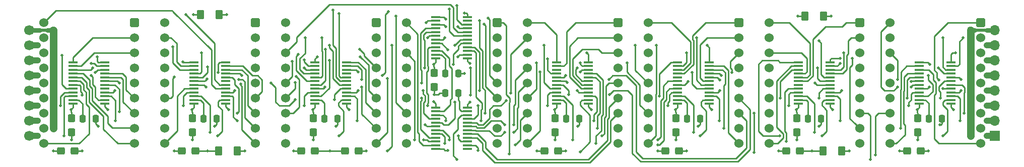
<source format=gbr>
G04 #@! TF.GenerationSoftware,KiCad,Pcbnew,8.0.6*
G04 #@! TF.CreationDate,2025-01-22T17:52:54-05:00*
G04 #@! TF.ProjectId,8x16seg,38783136-7365-4672-9e6b-696361645f70,v1.0.0*
G04 #@! TF.SameCoordinates,Original*
G04 #@! TF.FileFunction,Copper,L1,Top*
G04 #@! TF.FilePolarity,Positive*
%FSLAX46Y46*%
G04 Gerber Fmt 4.6, Leading zero omitted, Abs format (unit mm)*
G04 Created by KiCad (PCBNEW 8.0.6) date 2025-01-22 17:52:54*
%MOMM*%
%LPD*%
G01*
G04 APERTURE LIST*
G04 Aperture macros list*
%AMRoundRect*
0 Rectangle with rounded corners*
0 $1 Rounding radius*
0 $2 $3 $4 $5 $6 $7 $8 $9 X,Y pos of 4 corners*
0 Add a 4 corners polygon primitive as box body*
4,1,4,$2,$3,$4,$5,$6,$7,$8,$9,$2,$3,0*
0 Add four circle primitives for the rounded corners*
1,1,$1+$1,$2,$3*
1,1,$1+$1,$4,$5*
1,1,$1+$1,$6,$7*
1,1,$1+$1,$8,$9*
0 Add four rect primitives between the rounded corners*
20,1,$1+$1,$2,$3,$4,$5,0*
20,1,$1+$1,$4,$5,$6,$7,0*
20,1,$1+$1,$6,$7,$8,$9,0*
20,1,$1+$1,$8,$9,$2,$3,0*%
G04 Aperture macros list end*
G04 #@! TA.AperFunction,CastellatedPad*
%ADD10C,1.700000*%
G04 #@! TD*
G04 #@! TA.AperFunction,SMDPad,CuDef*
%ADD11RoundRect,0.250000X-0.375000X0.400000X-0.375000X-0.400000X0.375000X-0.400000X0.375000X0.400000X0*%
G04 #@! TD*
G04 #@! TA.AperFunction,SMDPad,CuDef*
%ADD12RoundRect,0.250000X-0.400000X-0.375000X0.400000X-0.375000X0.400000X0.375000X-0.400000X0.375000X0*%
G04 #@! TD*
G04 #@! TA.AperFunction,SMDPad,CuDef*
%ADD13RoundRect,0.250000X0.400000X0.375000X-0.400000X0.375000X-0.400000X-0.375000X0.400000X-0.375000X0*%
G04 #@! TD*
G04 #@! TA.AperFunction,SMDPad,CuDef*
%ADD14RoundRect,0.250000X-0.250000X-0.400000X0.250000X-0.400000X0.250000X0.400000X-0.250000X0.400000X0*%
G04 #@! TD*
G04 #@! TA.AperFunction,SMDPad,CuDef*
%ADD15RoundRect,0.250000X0.250000X0.400000X-0.250000X0.400000X-0.250000X-0.400000X0.250000X-0.400000X0*%
G04 #@! TD*
G04 #@! TA.AperFunction,SMDPad,CuDef*
%ADD16RoundRect,0.100000X0.700000X0.100000X-0.700000X0.100000X-0.700000X-0.100000X0.700000X-0.100000X0*%
G04 #@! TD*
G04 #@! TA.AperFunction,SMDPad,CuDef*
%ADD17RoundRect,0.100000X-0.700000X-0.100000X0.700000X-0.100000X0.700000X0.100000X-0.700000X0.100000X0*%
G04 #@! TD*
G04 #@! TA.AperFunction,ComponentPad*
%ADD18R,1.700000X1.700000*%
G04 #@! TD*
G04 #@! TA.AperFunction,ComponentPad*
%ADD19O,1.700000X1.700000*%
G04 #@! TD*
G04 #@! TA.AperFunction,SMDPad,CuDef*
%ADD20RoundRect,0.250000X-0.350000X-0.550000X0.350000X-0.550000X0.350000X0.550000X-0.350000X0.550000X0*%
G04 #@! TD*
G04 #@! TA.AperFunction,SMDPad,CuDef*
%ADD21RoundRect,0.250000X0.350000X0.550000X-0.350000X0.550000X-0.350000X-0.550000X0.350000X-0.550000X0*%
G04 #@! TD*
G04 #@! TA.AperFunction,SMDPad,CuDef*
%ADD22C,1.000000*%
G04 #@! TD*
G04 #@! TA.AperFunction,ComponentPad*
%ADD23RoundRect,0.250000X0.512000X0.512000X-0.512000X0.512000X-0.512000X-0.512000X0.512000X-0.512000X0*%
G04 #@! TD*
G04 #@! TA.AperFunction,ComponentPad*
%ADD24C,1.524000*%
G04 #@! TD*
G04 #@! TA.AperFunction,ViaPad*
%ADD25C,0.508000*%
G04 #@! TD*
G04 #@! TA.AperFunction,ViaPad*
%ADD26C,1.270000*%
G04 #@! TD*
G04 #@! TA.AperFunction,Conductor*
%ADD27C,0.254000*%
G04 #@! TD*
G04 #@! TA.AperFunction,Conductor*
%ADD28C,1.000000*%
G04 #@! TD*
G04 #@! TA.AperFunction,Conductor*
%ADD29C,0.762000*%
G04 #@! TD*
G04 #@! TA.AperFunction,Conductor*
%ADD30C,1.270000*%
G04 #@! TD*
G04 #@! TA.AperFunction,Conductor*
%ADD31C,0.508000*%
G04 #@! TD*
G04 APERTURE END LIST*
D10*
X66200000Y-92710000D03*
X66200000Y-95250000D03*
X66200000Y-97790000D03*
X66200000Y-100330000D03*
X66200000Y-102870000D03*
X66200000Y-105410000D03*
X66200000Y-107950000D03*
X66200000Y-110490000D03*
D11*
X93599000Y-107562000D03*
X93599000Y-109862000D03*
X113919000Y-107562000D03*
X113919000Y-109862000D03*
X134239000Y-99942000D03*
X134239000Y-102242000D03*
X174879000Y-107562000D03*
X174879000Y-109862000D03*
X195199000Y-107562000D03*
X195199000Y-109862000D03*
X215519000Y-107562000D03*
X215519000Y-109862000D03*
D12*
X91814000Y-113030000D03*
X94114000Y-113030000D03*
X111880000Y-113030000D03*
X114180000Y-113030000D03*
D13*
X121546000Y-113030000D03*
X119246000Y-113030000D03*
D12*
X152774000Y-113030000D03*
X155074000Y-113030000D03*
X173094000Y-113030000D03*
X175394000Y-113030000D03*
X193414000Y-113030000D03*
X195714000Y-113030000D03*
X213734000Y-113030000D03*
X216034000Y-113030000D03*
D14*
X115740000Y-107569000D03*
X117940000Y-107569000D03*
X136060000Y-99949000D03*
X138260000Y-99949000D03*
D15*
X138260000Y-103251000D03*
X136060000Y-103251000D03*
D14*
X156380000Y-107569000D03*
X158580000Y-107569000D03*
X176700000Y-107569000D03*
X178900000Y-107569000D03*
X197020000Y-107569000D03*
X199220000Y-107569000D03*
X217340000Y-107569000D03*
X219540000Y-107569000D03*
D16*
X99220000Y-105092500D03*
X99220000Y-104457500D03*
X99220000Y-103822500D03*
X99220000Y-103187500D03*
X99220000Y-102552500D03*
X99220000Y-101917500D03*
X99220000Y-101282500D03*
X99220000Y-100647500D03*
X99220000Y-100012500D03*
X99220000Y-99377500D03*
X99220000Y-98742500D03*
X99220000Y-98107500D03*
X93820000Y-98107500D03*
X93820000Y-98742500D03*
X93820000Y-99377500D03*
X93820000Y-100012500D03*
X93820000Y-100647500D03*
X93820000Y-101282500D03*
X93820000Y-101917500D03*
X93820000Y-102552500D03*
X93820000Y-103187500D03*
X93820000Y-103822500D03*
X93820000Y-104457500D03*
X93820000Y-105092500D03*
X119540000Y-105092500D03*
X119540000Y-104457500D03*
X119540000Y-103822500D03*
X119540000Y-103187500D03*
X119540000Y-102552500D03*
X119540000Y-101917500D03*
X119540000Y-101282500D03*
X119540000Y-100647500D03*
X119540000Y-100012500D03*
X119540000Y-99377500D03*
X119540000Y-98742500D03*
X119540000Y-98107500D03*
X114140000Y-98107500D03*
X114140000Y-98742500D03*
X114140000Y-99377500D03*
X114140000Y-100012500D03*
X114140000Y-100647500D03*
X114140000Y-101282500D03*
X114140000Y-101917500D03*
X114140000Y-102552500D03*
X114140000Y-103187500D03*
X114140000Y-103822500D03*
X114140000Y-104457500D03*
X114140000Y-105092500D03*
X139860000Y-97472500D03*
X139860000Y-96837500D03*
X139860000Y-96202500D03*
X139860000Y-95567500D03*
X139860000Y-94932500D03*
X139860000Y-94297500D03*
X139860000Y-93662500D03*
X139860000Y-93027500D03*
X139860000Y-92392500D03*
X139860000Y-91757500D03*
X139860000Y-91122500D03*
X139860000Y-90487500D03*
X134460000Y-90487500D03*
X134460000Y-91122500D03*
X134460000Y-91757500D03*
X134460000Y-92392500D03*
X134460000Y-93027500D03*
X134460000Y-93662500D03*
X134460000Y-94297500D03*
X134460000Y-94932500D03*
X134460000Y-95567500D03*
X134460000Y-96202500D03*
X134460000Y-96837500D03*
X134460000Y-97472500D03*
D17*
X134460000Y-105727500D03*
X134460000Y-106362500D03*
X134460000Y-106997500D03*
X134460000Y-107632500D03*
X134460000Y-108267500D03*
X134460000Y-108902500D03*
X134460000Y-109537500D03*
X134460000Y-110172500D03*
X134460000Y-110807500D03*
X134460000Y-111442500D03*
X134460000Y-112077500D03*
X134460000Y-112712500D03*
X139860000Y-112712500D03*
X139860000Y-112077500D03*
X139860000Y-111442500D03*
X139860000Y-110807500D03*
X139860000Y-110172500D03*
X139860000Y-109537500D03*
X139860000Y-108902500D03*
X139860000Y-108267500D03*
X139860000Y-107632500D03*
X139860000Y-106997500D03*
X139860000Y-106362500D03*
X139860000Y-105727500D03*
D16*
X160180000Y-105092500D03*
X160180000Y-104457500D03*
X160180000Y-103822500D03*
X160180000Y-103187500D03*
X160180000Y-102552500D03*
X160180000Y-101917500D03*
X160180000Y-101282500D03*
X160180000Y-100647500D03*
X160180000Y-100012500D03*
X160180000Y-99377500D03*
X160180000Y-98742500D03*
X160180000Y-98107500D03*
X154780000Y-98107500D03*
X154780000Y-98742500D03*
X154780000Y-99377500D03*
X154780000Y-100012500D03*
X154780000Y-100647500D03*
X154780000Y-101282500D03*
X154780000Y-101917500D03*
X154780000Y-102552500D03*
X154780000Y-103187500D03*
X154780000Y-103822500D03*
X154780000Y-104457500D03*
X154780000Y-105092500D03*
X180500000Y-105092500D03*
X180500000Y-104457500D03*
X180500000Y-103822500D03*
X180500000Y-103187500D03*
X180500000Y-102552500D03*
X180500000Y-101917500D03*
X180500000Y-101282500D03*
X180500000Y-100647500D03*
X180500000Y-100012500D03*
X180500000Y-99377500D03*
X180500000Y-98742500D03*
X180500000Y-98107500D03*
X175100000Y-98107500D03*
X175100000Y-98742500D03*
X175100000Y-99377500D03*
X175100000Y-100012500D03*
X175100000Y-100647500D03*
X175100000Y-101282500D03*
X175100000Y-101917500D03*
X175100000Y-102552500D03*
X175100000Y-103187500D03*
X175100000Y-103822500D03*
X175100000Y-104457500D03*
X175100000Y-105092500D03*
X200820000Y-105092500D03*
X200820000Y-104457500D03*
X200820000Y-103822500D03*
X200820000Y-103187500D03*
X200820000Y-102552500D03*
X200820000Y-101917500D03*
X200820000Y-101282500D03*
X200820000Y-100647500D03*
X200820000Y-100012500D03*
X200820000Y-99377500D03*
X200820000Y-98742500D03*
X200820000Y-98107500D03*
X195420000Y-98107500D03*
X195420000Y-98742500D03*
X195420000Y-99377500D03*
X195420000Y-100012500D03*
X195420000Y-100647500D03*
X195420000Y-101282500D03*
X195420000Y-101917500D03*
X195420000Y-102552500D03*
X195420000Y-103187500D03*
X195420000Y-103822500D03*
X195420000Y-104457500D03*
X195420000Y-105092500D03*
X221140000Y-105092500D03*
X221140000Y-104457500D03*
X221140000Y-103822500D03*
X221140000Y-103187500D03*
X221140000Y-102552500D03*
X221140000Y-101917500D03*
X221140000Y-101282500D03*
X221140000Y-100647500D03*
X221140000Y-100012500D03*
X221140000Y-99377500D03*
X221140000Y-98742500D03*
X221140000Y-98107500D03*
X215740000Y-98107500D03*
X215740000Y-98742500D03*
X215740000Y-99377500D03*
X215740000Y-100012500D03*
X215740000Y-100647500D03*
X215740000Y-101282500D03*
X215740000Y-101917500D03*
X215740000Y-102552500D03*
X215740000Y-103187500D03*
X215740000Y-103822500D03*
X215740000Y-104457500D03*
X215740000Y-105092500D03*
D12*
X71494000Y-113030000D03*
X73794000Y-113030000D03*
D18*
X228440000Y-110490000D03*
D19*
X228440000Y-107950000D03*
X228440000Y-105410000D03*
X228440000Y-102870000D03*
X228440000Y-100330000D03*
X228440000Y-97790000D03*
X228440000Y-95250000D03*
X228440000Y-92710000D03*
D11*
X73279000Y-107562000D03*
X73279000Y-109862000D03*
D20*
X94920000Y-90043000D03*
X98120000Y-90043000D03*
D21*
X101168000Y-113030000D03*
X97968000Y-113030000D03*
D16*
X78900000Y-105092500D03*
X78900000Y-104457500D03*
X78900000Y-103822500D03*
X78900000Y-103187500D03*
X78900000Y-102552500D03*
X78900000Y-101917500D03*
X78900000Y-101282500D03*
X78900000Y-100647500D03*
X78900000Y-100012500D03*
X78900000Y-99377500D03*
X78900000Y-98742500D03*
X78900000Y-98107500D03*
X73500000Y-98107500D03*
X73500000Y-98742500D03*
X73500000Y-99377500D03*
X73500000Y-100012500D03*
X73500000Y-100647500D03*
X73500000Y-101282500D03*
X73500000Y-101917500D03*
X73500000Y-102552500D03*
X73500000Y-103187500D03*
X73500000Y-103822500D03*
X73500000Y-104457500D03*
X73500000Y-105092500D03*
D20*
X196520000Y-90297000D03*
X199720000Y-90297000D03*
D21*
X202768000Y-113030000D03*
X199568000Y-113030000D03*
D14*
X75100000Y-107569000D03*
X77300000Y-107569000D03*
X95420000Y-107569000D03*
X97620000Y-107569000D03*
D11*
X154559000Y-107562000D03*
X154559000Y-109862000D03*
D22*
X67564000Y-95250000D03*
X227076000Y-105410000D03*
X227076000Y-102870000D03*
X227076000Y-110490000D03*
X67564000Y-110490000D03*
X227076000Y-95250000D03*
X67564000Y-107950000D03*
X227076000Y-97790000D03*
X67564000Y-100330000D03*
X227076000Y-107950000D03*
X227076000Y-100330000D03*
X67564000Y-105410000D03*
X67564000Y-102870000D03*
X67564000Y-97790000D03*
D23*
X104140000Y-91440000D03*
D24*
X104140000Y-93980000D03*
X104140000Y-96520000D03*
X104140000Y-99060000D03*
X104140000Y-101600000D03*
X104140000Y-104140000D03*
X104140000Y-106680000D03*
X104140000Y-109220000D03*
X104140000Y-111760000D03*
X88900000Y-111760000D03*
X88900000Y-109220000D03*
X88900000Y-106680000D03*
X88900000Y-104140000D03*
X88900000Y-101600000D03*
X88900000Y-99060000D03*
X88900000Y-96520000D03*
X88900000Y-93980000D03*
X88900000Y-91440000D03*
D23*
X124460000Y-91440000D03*
D24*
X124460000Y-93980000D03*
X124460000Y-96520000D03*
X124460000Y-99060000D03*
X124460000Y-101600000D03*
X124460000Y-104140000D03*
X124460000Y-106680000D03*
X124460000Y-109220000D03*
X124460000Y-111760000D03*
X109220000Y-111760000D03*
X109220000Y-109220000D03*
X109220000Y-106680000D03*
X109220000Y-104140000D03*
X109220000Y-101600000D03*
X109220000Y-99060000D03*
X109220000Y-96520000D03*
X109220000Y-93980000D03*
X109220000Y-91440000D03*
D23*
X144780000Y-91440000D03*
D24*
X144780000Y-93980000D03*
X144780000Y-96520000D03*
X144780000Y-99060000D03*
X144780000Y-101600000D03*
X144780000Y-104140000D03*
X144780000Y-106680000D03*
X144780000Y-109220000D03*
X144780000Y-111760000D03*
X129540000Y-111760000D03*
X129540000Y-109220000D03*
X129540000Y-106680000D03*
X129540000Y-104140000D03*
X129540000Y-101600000D03*
X129540000Y-99060000D03*
X129540000Y-96520000D03*
X129540000Y-93980000D03*
X129540000Y-91440000D03*
D23*
X165100000Y-91440000D03*
D24*
X165100000Y-93980000D03*
X165100000Y-96520000D03*
X165100000Y-99060000D03*
X165100000Y-101600000D03*
X165100000Y-104140000D03*
X165100000Y-106680000D03*
X165100000Y-109220000D03*
X165100000Y-111760000D03*
X149860000Y-111760000D03*
X149860000Y-109220000D03*
X149860000Y-106680000D03*
X149860000Y-104140000D03*
X149860000Y-101600000D03*
X149860000Y-99060000D03*
X149860000Y-96520000D03*
X149860000Y-93980000D03*
X149860000Y-91440000D03*
D23*
X185420000Y-91440000D03*
D24*
X185420000Y-93980000D03*
X185420000Y-96520000D03*
X185420000Y-99060000D03*
X185420000Y-101600000D03*
X185420000Y-104140000D03*
X185420000Y-106680000D03*
X185420000Y-109220000D03*
X185420000Y-111760000D03*
X170180000Y-111760000D03*
X170180000Y-109220000D03*
X170180000Y-106680000D03*
X170180000Y-104140000D03*
X170180000Y-101600000D03*
X170180000Y-99060000D03*
X170180000Y-96520000D03*
X170180000Y-93980000D03*
X170180000Y-91440000D03*
D23*
X205740000Y-91440000D03*
D24*
X205740000Y-93980000D03*
X205740000Y-96520000D03*
X205740000Y-99060000D03*
X205740000Y-101600000D03*
X205740000Y-104140000D03*
X205740000Y-106680000D03*
X205740000Y-109220000D03*
X205740000Y-111760000D03*
X190500000Y-111760000D03*
X190500000Y-109220000D03*
X190500000Y-106680000D03*
X190500000Y-104140000D03*
X190500000Y-101600000D03*
X190500000Y-99060000D03*
X190500000Y-96520000D03*
X190500000Y-93980000D03*
X190500000Y-91440000D03*
D23*
X226060000Y-91440000D03*
D24*
X226060000Y-93980000D03*
X226060000Y-96520000D03*
X226060000Y-99060000D03*
X226060000Y-101600000D03*
X226060000Y-104140000D03*
X226060000Y-106680000D03*
X226060000Y-109220000D03*
X226060000Y-111760000D03*
X210820000Y-111760000D03*
X210820000Y-109220000D03*
X210820000Y-106680000D03*
X210820000Y-104140000D03*
X210820000Y-101600000D03*
X210820000Y-99060000D03*
X210820000Y-96520000D03*
X210820000Y-93980000D03*
X210820000Y-91440000D03*
D23*
X83820000Y-91440000D03*
D24*
X83820000Y-93980000D03*
X83820000Y-96520000D03*
X83820000Y-99060000D03*
X83820000Y-101600000D03*
X83820000Y-104140000D03*
X83820000Y-106680000D03*
X83820000Y-109220000D03*
X83820000Y-111760000D03*
X68580000Y-111760000D03*
X68580000Y-109220000D03*
X68580000Y-106680000D03*
X68580000Y-104140000D03*
X68580000Y-101600000D03*
X68580000Y-99060000D03*
X68580000Y-96520000D03*
X68580000Y-93980000D03*
X68580000Y-91440000D03*
D25*
X113792000Y-106045000D03*
X73152000Y-106045000D03*
X134112000Y-98425000D03*
X215392000Y-106045000D03*
X93472000Y-106045000D03*
X154432000Y-106045000D03*
X195326000Y-90297000D03*
X195072000Y-106045000D03*
X174752000Y-106045000D03*
X93726000Y-90043000D03*
X140208000Y-104775000D03*
X119888000Y-106045000D03*
X221488000Y-106045000D03*
X156337000Y-113030000D03*
X219202000Y-108587530D03*
X77724000Y-108839000D03*
X197739000Y-113030000D03*
X201168000Y-106045000D03*
X158369000Y-108839000D03*
X215519000Y-111125000D03*
X180848000Y-106045000D03*
X217297000Y-113030000D03*
X99314000Y-90043000D03*
X79375000Y-106045000D03*
X93599000Y-111125000D03*
X160655000Y-106045000D03*
X97282000Y-108839000D03*
X116713000Y-113030000D03*
X200914000Y-90297000D03*
X154559000Y-111125000D03*
X140208000Y-98298000D03*
X96139000Y-113030000D03*
X198882000Y-108839000D03*
X139319000Y-99949000D03*
X134133327Y-104765644D03*
X73279000Y-111125000D03*
X113919000Y-111125000D03*
X176657000Y-113030000D03*
X75057000Y-113030000D03*
X134239000Y-103505000D03*
X117729000Y-108839000D03*
X174879000Y-111125000D03*
X99695000Y-106045000D03*
X178562000Y-108839000D03*
X195199000Y-111125000D03*
D26*
X224409000Y-92710000D03*
D25*
X203962000Y-113030000D03*
X192151000Y-113030000D03*
D26*
X70231000Y-92710000D03*
D25*
X102362000Y-113030000D03*
X151511000Y-113030000D03*
X90551000Y-113030000D03*
X122809000Y-113030000D03*
X171831000Y-113030000D03*
X70231000Y-113030000D03*
D26*
X224409000Y-110490000D03*
D25*
X110617000Y-113030000D03*
X212471000Y-113030000D03*
D26*
X70231000Y-109220000D03*
D25*
X136144000Y-107950000D03*
X161036000Y-107950000D03*
X101092000Y-107950000D03*
X121285000Y-107950000D03*
X182118000Y-107950000D03*
X222631000Y-107950000D03*
X202438000Y-107950000D03*
X142113000Y-107950000D03*
X80645000Y-107950000D03*
X213995000Y-105410000D03*
X112395000Y-105410000D03*
X92075000Y-105410000D03*
X141605018Y-105410000D03*
X71374000Y-105410000D03*
X193802000Y-105410000D03*
X173482000Y-105410000D03*
X153289000Y-105410000D03*
X133096043Y-105410000D03*
X100711000Y-102870000D03*
X158242000Y-102870000D03*
X202692000Y-102870000D03*
X141859010Y-102870000D03*
X222758000Y-102870000D03*
X182245000Y-102870000D03*
X132334000Y-102870000D03*
X121412000Y-102870000D03*
X80518000Y-102870000D03*
X76581000Y-100330000D03*
X217297000Y-100330000D03*
X92456010Y-90043000D03*
X76835000Y-99060000D03*
X81280000Y-101600000D03*
X81280000Y-106426000D03*
X75057000Y-103632000D03*
X77216000Y-99822000D03*
X76581000Y-98298000D03*
X71628000Y-96901000D03*
X77597000Y-97155000D03*
X117221000Y-89281000D03*
X116586000Y-95249990D03*
X91948000Y-98044000D03*
X97914537Y-99829911D03*
X110871000Y-104393999D03*
X90551000Y-100584000D03*
X117475004Y-104394000D03*
X106807000Y-101600000D03*
X101092000Y-106680000D03*
X95885000Y-102234990D03*
X101727000Y-101727000D03*
X96018274Y-100919385D03*
X101346000Y-100965000D03*
X101854000Y-100330000D03*
X96133987Y-98919493D03*
X95123000Y-96520000D03*
X90297000Y-95504000D03*
X118237000Y-89916000D03*
X138176000Y-92075000D03*
X112522000Y-93980000D03*
X112395000Y-99060000D03*
X110363008Y-97917000D03*
X112395000Y-97663000D03*
X110871000Y-101473000D03*
X125476000Y-100330000D03*
X136779000Y-89156530D03*
X126492000Y-89535000D03*
X110993488Y-100452472D03*
X121412000Y-99695000D03*
X127127000Y-95250000D03*
X137668000Y-95250000D03*
X126365000Y-113030000D03*
X137414000Y-98425000D03*
X126365000Y-100838000D03*
X122047000Y-102235000D03*
X115823990Y-102235000D03*
X121793000Y-97155000D03*
X114554000Y-97155010D03*
X122047000Y-100965000D03*
X121666000Y-95885000D03*
X115951000Y-95885000D03*
X111379003Y-96774003D03*
X115316000Y-93980000D03*
X138049000Y-88519000D03*
X133096000Y-93980000D03*
X130937000Y-111125000D03*
X132461000Y-111125000D03*
X132588000Y-99060000D03*
X132080000Y-101600000D03*
X132080000Y-104140000D03*
X127762000Y-90297000D03*
X139319000Y-89789000D03*
X136017000Y-111760000D03*
X136779000Y-111125000D03*
X132715000Y-108585000D03*
X132842000Y-91440000D03*
X141859000Y-91059000D03*
X142748021Y-106680000D03*
X136144000Y-92075000D03*
X142621000Y-91694000D03*
X136144000Y-90805000D03*
X143256000Y-90678000D03*
X140335000Y-103632000D03*
X140335000Y-99060000D03*
X137668000Y-104775000D03*
X136559251Y-95977751D03*
X136017000Y-93980000D03*
X136525000Y-112903000D03*
X146812000Y-113538000D03*
X147066000Y-103251000D03*
X146304000Y-104521000D03*
X159893000Y-96520000D03*
X146049979Y-108585000D03*
X147574000Y-108585000D03*
X146050000Y-109855000D03*
X147574000Y-109855000D03*
X151384000Y-98171000D03*
X158750000Y-98171000D03*
X147828000Y-112014000D03*
X141605000Y-112902968D03*
X158750000Y-99695000D03*
X152019000Y-99695000D03*
X161417000Y-111760000D03*
X161671000Y-109220000D03*
X162433000Y-110490000D03*
X138303000Y-110490000D03*
X158242000Y-99060000D03*
X178308000Y-93980000D03*
X176657000Y-96520000D03*
X177546000Y-99822000D03*
X168021000Y-95250000D03*
X152654000Y-95250000D03*
X172085000Y-103759000D03*
X166624000Y-98171000D03*
X153289000Y-97536000D03*
X171577000Y-95250000D03*
X180086000Y-95250000D03*
X182880000Y-109220000D03*
X163576000Y-100965000D03*
X156591000Y-101473000D03*
X156845000Y-103505000D03*
X163703000Y-103505000D03*
X156337000Y-100330000D03*
X182499000Y-100330000D03*
X182245000Y-101092000D03*
X184277000Y-99822000D03*
X198882000Y-94488000D03*
X198628000Y-99060000D03*
X198247000Y-101600000D03*
X192405000Y-104140000D03*
X171831000Y-111125000D03*
X187960000Y-106680000D03*
X187960000Y-113284000D03*
X192278000Y-110490000D03*
X202438000Y-97409000D03*
X204470000Y-97409000D03*
X207518000Y-114427000D03*
X171831000Y-112014000D03*
X198882000Y-104140000D03*
X176911000Y-101346000D03*
X202438000Y-98298000D03*
X203073000Y-96520000D03*
X214376000Y-102235000D03*
X212090000Y-102235000D03*
X219710000Y-93980000D03*
X212090000Y-100965000D03*
X214376000Y-101346000D03*
X218948000Y-99060000D03*
X222758000Y-100965000D03*
X213741000Y-104140000D03*
X193421000Y-111379000D03*
X208407000Y-113665000D03*
X212598000Y-109220000D03*
X223266000Y-106680000D03*
X219329000Y-104140000D03*
X219710000Y-102489000D03*
X217551000Y-98425000D03*
X221869000Y-96520000D03*
X223139000Y-93980000D03*
X217424000Y-102235000D03*
X219075000Y-101092000D03*
X97790000Y-110490000D03*
X72009000Y-110490000D03*
X96519996Y-109855000D03*
X118237000Y-110490000D03*
X116585968Y-97789994D03*
X138176000Y-97155000D03*
X158750000Y-113157000D03*
X138049000Y-114427000D03*
X178943000Y-110490000D03*
X157480000Y-111125000D03*
X199390000Y-110490000D03*
X177800000Y-109855000D03*
X198120000Y-109855000D03*
X219710000Y-110490000D03*
D27*
X154780000Y-105697000D02*
X154432000Y-106045000D01*
X93472000Y-106426000D02*
X93472000Y-106045000D01*
X134460000Y-98077000D02*
X134460000Y-97472500D01*
X195199000Y-106553000D02*
X195072000Y-106426000D01*
X195420000Y-105092500D02*
X195420000Y-105697000D01*
X215519000Y-107562000D02*
X215519000Y-106680000D01*
X139860000Y-105123000D02*
X140208000Y-104775000D01*
X154780000Y-105092500D02*
X154780000Y-105697000D01*
X113919000Y-106553000D02*
X113792000Y-106426000D01*
X93599000Y-106553000D02*
X93472000Y-106426000D01*
D28*
X66200000Y-95250000D02*
X67564000Y-95250000D01*
D27*
X93599000Y-107562000D02*
X93599000Y-106553000D01*
X139860000Y-105727500D02*
X139860000Y-105123000D01*
X73152000Y-106045000D02*
X73152000Y-106426000D01*
X174879000Y-107562000D02*
X174879000Y-106553000D01*
X134112000Y-98425000D02*
X134112000Y-98806000D01*
X215392000Y-106553000D02*
X215392000Y-106045000D01*
X134112000Y-98806000D02*
X134239000Y-98933000D01*
X73279000Y-106553000D02*
X73279000Y-107562000D01*
X215740000Y-105697000D02*
X215392000Y-106045000D01*
X73152000Y-106426000D02*
X73279000Y-106553000D01*
X175100000Y-105697000D02*
X174752000Y-106045000D01*
X195072000Y-106426000D02*
X195072000Y-106045000D01*
X93820000Y-105092500D02*
X93820000Y-105697000D01*
X73500000Y-105697000D02*
X73500000Y-105092500D01*
X154432000Y-106426000D02*
X154432000Y-106045000D01*
X174879000Y-106553000D02*
X174752000Y-106426000D01*
X215519000Y-106680000D02*
X215392000Y-106553000D01*
X174752000Y-106426000D02*
X174752000Y-106045000D01*
X114140000Y-105092500D02*
X114140000Y-105697000D01*
X215740000Y-105092500D02*
X215740000Y-105697000D01*
X195420000Y-105697000D02*
X195072000Y-106045000D01*
X94920000Y-90043000D02*
X93726000Y-90043000D01*
X113792000Y-106426000D02*
X113792000Y-106045000D01*
X154559000Y-106553000D02*
X154432000Y-106426000D01*
X73152000Y-106045000D02*
X73500000Y-105697000D01*
X175100000Y-105092500D02*
X175100000Y-105697000D01*
X134112000Y-98425000D02*
X134460000Y-98077000D01*
X134239000Y-98933000D02*
X134239000Y-99942000D01*
X196520000Y-90297000D02*
X195326000Y-90297000D01*
X195199000Y-107562000D02*
X195199000Y-106553000D01*
X113919000Y-107562000D02*
X113919000Y-106553000D01*
X154559000Y-107562000D02*
X154559000Y-106553000D01*
D28*
X228440000Y-95250000D02*
X227076000Y-95250000D01*
D27*
X93820000Y-105697000D02*
X93472000Y-106045000D01*
X114140000Y-105697000D02*
X113792000Y-106045000D01*
X119540000Y-105092500D02*
X119540000Y-105697000D01*
X79375000Y-106045000D02*
X78900000Y-105570000D01*
X97620000Y-108501000D02*
X97282000Y-108839000D01*
X160180000Y-105570000D02*
X160655000Y-106045000D01*
X119246000Y-113030000D02*
X116713000Y-113030000D01*
X98120000Y-90043000D02*
X99314000Y-90043000D01*
X216034000Y-113030000D02*
X217297000Y-113030000D01*
X221488000Y-106045000D02*
X221140000Y-105697000D01*
X114180000Y-113030000D02*
X116713000Y-113030000D01*
X73794000Y-113030000D02*
X75057000Y-113030000D01*
D28*
X228440000Y-97790000D02*
X227076000Y-97790000D01*
X66200000Y-110490000D02*
X67564000Y-110490000D01*
D27*
X97968000Y-113030000D02*
X96139000Y-113030000D01*
X200820000Y-105092500D02*
X200820000Y-105697000D01*
X73279000Y-109862000D02*
X73279000Y-111125000D01*
X219540000Y-108473000D02*
X219425470Y-108587530D01*
X219425470Y-108587530D02*
X219202000Y-108587530D01*
X93599000Y-109862000D02*
X93599000Y-111125000D01*
D28*
X66200000Y-97790000D02*
X67564000Y-97790000D01*
D27*
X135128000Y-103251000D02*
X134874000Y-103505000D01*
X97620000Y-107569000D02*
X97620000Y-108501000D01*
X119540000Y-105697000D02*
X119888000Y-106045000D01*
X77300000Y-107569000D02*
X77300000Y-108415000D01*
X195714000Y-113030000D02*
X197739000Y-113030000D01*
X199220000Y-107569000D02*
X199220000Y-108501000D01*
X134239000Y-103505000D02*
X134239000Y-102242000D01*
X134874000Y-103505000D02*
X134239000Y-103505000D01*
X94114000Y-113030000D02*
X96139000Y-113030000D01*
X200820000Y-105697000D02*
X201168000Y-106045000D01*
D28*
X228440000Y-110490000D02*
X227076000Y-110490000D01*
D27*
X139860000Y-97950000D02*
X139860000Y-97472500D01*
X199720000Y-90297000D02*
X200914000Y-90297000D01*
X117940000Y-107569000D02*
X117940000Y-108628000D01*
X155074000Y-113030000D02*
X156337000Y-113030000D01*
X78900000Y-105570000D02*
X78900000Y-105092500D01*
X178900000Y-107569000D02*
X178900000Y-108501000D01*
X178900000Y-108501000D02*
X178562000Y-108839000D01*
X199568000Y-113030000D02*
X197739000Y-113030000D01*
X136060000Y-103251000D02*
X135128000Y-103251000D01*
X99220000Y-105092500D02*
X99220000Y-105570000D01*
X180500000Y-105092500D02*
X180500000Y-105697000D01*
X77300000Y-108415000D02*
X77724000Y-108839000D01*
X134460000Y-105727500D02*
X134460000Y-105092317D01*
X195199000Y-111125000D02*
X195199000Y-109862000D01*
X174879000Y-111125000D02*
X174879000Y-109862000D01*
X134460000Y-105092317D02*
X134387326Y-105019643D01*
X221140000Y-105697000D02*
X221140000Y-105092500D01*
X117940000Y-108628000D02*
X117729000Y-108839000D01*
X158580000Y-107569000D02*
X158580000Y-108628000D01*
X99220000Y-105570000D02*
X99695000Y-106045000D01*
X154559000Y-109862000D02*
X154559000Y-111125000D01*
X180500000Y-105697000D02*
X180848000Y-106045000D01*
X175394000Y-113030000D02*
X176657000Y-113030000D01*
X199220000Y-108501000D02*
X198882000Y-108839000D01*
X113919000Y-109862000D02*
X113919000Y-111125000D01*
X134387326Y-105019643D02*
X134133327Y-104765644D01*
X158580000Y-108628000D02*
X158369000Y-108839000D01*
X140208000Y-98298000D02*
X139860000Y-97950000D01*
X219540000Y-107569000D02*
X219540000Y-108473000D01*
X215519000Y-109862000D02*
X215519000Y-111125000D01*
X160180000Y-105092500D02*
X160180000Y-105570000D01*
X138260000Y-99949000D02*
X139319000Y-99949000D01*
X71494000Y-113030000D02*
X70231000Y-113030000D01*
X91814000Y-113030000D02*
X90551000Y-113030000D01*
X193414000Y-113030000D02*
X192151000Y-113030000D01*
X111880000Y-113030000D02*
X110617000Y-113030000D01*
D29*
X224409000Y-92710000D02*
X225044000Y-92710000D01*
D30*
X70231000Y-92710000D02*
X70231000Y-109220000D01*
D27*
X152774000Y-113030000D02*
X151511000Y-113030000D01*
X213734000Y-113030000D02*
X212471000Y-113030000D01*
D31*
X67945000Y-92710000D02*
X69215000Y-92710000D01*
D27*
X173094000Y-113030000D02*
X171831000Y-113030000D01*
X101168000Y-113030000D02*
X102362000Y-113030000D01*
D30*
X224409000Y-92710000D02*
X224409000Y-110490000D01*
D27*
X202768000Y-113030000D02*
X203962000Y-113030000D01*
D31*
X227076000Y-92710000D02*
X225044000Y-92710000D01*
D27*
X121546000Y-113030000D02*
X122809000Y-113030000D01*
D29*
X66200000Y-92710000D02*
X67945000Y-92710000D01*
X70231000Y-92710000D02*
X69215000Y-92710000D01*
X228440000Y-92710000D02*
X227076000Y-92710000D01*
D27*
X136144000Y-107442000D02*
X136144000Y-107950000D01*
X161544000Y-106426000D02*
X161544000Y-104132500D01*
X142113000Y-107950000D02*
X142113000Y-107463790D01*
X222631000Y-104259500D02*
X222194000Y-103822500D01*
X142113011Y-107463779D02*
X142113011Y-106095793D01*
X135699500Y-106997500D02*
X136144000Y-107442000D01*
X142240000Y-104978194D02*
X141224000Y-103962194D01*
X201993500Y-103822500D02*
X202438000Y-104267000D01*
X181673500Y-103822500D02*
X182118000Y-104267000D01*
X121285000Y-107590790D02*
X121285000Y-107950000D01*
X100456956Y-104005456D02*
X100456956Y-107314956D01*
X120840500Y-103822500D02*
X121285000Y-104267000D01*
X161036000Y-106934000D02*
X161544000Y-106426000D01*
X222194000Y-103822500D02*
X221140000Y-103822500D01*
X100456956Y-107314956D02*
X100838001Y-107696001D01*
X119540000Y-103822500D02*
X120840500Y-103822500D01*
X161036000Y-107950000D02*
X161036000Y-106934000D01*
X142113011Y-106095793D02*
X142240000Y-105968804D01*
X161234000Y-103822500D02*
X160180000Y-103822500D01*
X142113000Y-107463790D02*
X142113011Y-107463779D01*
X100838001Y-107696001D02*
X101092000Y-107950000D01*
D28*
X228440000Y-107950000D02*
X227076000Y-107950000D01*
D27*
X222631000Y-107950000D02*
X222631000Y-104259500D01*
X200820000Y-103822500D02*
X201993500Y-103822500D01*
X100274000Y-103822500D02*
X100456956Y-104005456D01*
X99220000Y-103822500D02*
X100274000Y-103822500D01*
X79946500Y-103822500D02*
X78900000Y-103822500D01*
X141224000Y-96512500D02*
X140914000Y-96202500D01*
X140914000Y-96202500D02*
X139860000Y-96202500D01*
D28*
X66200000Y-107950000D02*
X67564000Y-107950000D01*
D27*
X134460000Y-106997500D02*
X135699500Y-106997500D01*
X121285000Y-104267000D02*
X121285000Y-107590790D01*
X80645000Y-107950000D02*
X80645000Y-104521000D01*
X161544000Y-104132500D02*
X161234000Y-103822500D01*
X142240000Y-105968804D02*
X142240000Y-104978194D01*
X202438000Y-104267000D02*
X202438000Y-107950000D01*
X80645000Y-104521000D02*
X79946500Y-103822500D01*
X182118000Y-104267000D02*
X182118000Y-107950000D01*
X180500000Y-103822500D02*
X181673500Y-103822500D01*
X141224000Y-103962194D02*
X141224000Y-96512500D01*
X173482000Y-105410000D02*
X173482000Y-104902000D01*
X72072500Y-103187500D02*
X73500000Y-103187500D01*
X214376000Y-104457500D02*
X213995000Y-104838500D01*
X132969000Y-99714998D02*
X132969000Y-103251000D01*
X194119500Y-103187500D02*
X195420000Y-103187500D01*
X173482000Y-104902000D02*
X173736000Y-104648000D01*
X112966500Y-103187500D02*
X112395000Y-103759000D01*
X141604990Y-105769238D02*
X141605018Y-105769210D01*
X140914000Y-107632500D02*
X141604990Y-106941510D01*
X134460000Y-95567500D02*
X133406000Y-95567500D01*
X132969000Y-103251000D02*
X133223000Y-103505000D01*
X214686000Y-103187500D02*
X214376000Y-103497500D01*
X133096000Y-95877500D02*
X133096000Y-98679000D01*
X71374000Y-105410000D02*
X71374000Y-103886000D01*
X214376000Y-103497500D02*
X214376000Y-104457500D01*
X133232999Y-98815999D02*
X133232999Y-99450999D01*
D28*
X66200000Y-105410000D02*
X67564000Y-105410000D01*
D27*
X112395000Y-103759000D02*
X112395000Y-105410000D01*
X133223000Y-103505000D02*
X133223000Y-104902000D01*
X93820000Y-103187500D02*
X92646500Y-103187500D01*
X133223000Y-104902000D02*
X133096043Y-105028957D01*
X133096043Y-105028957D02*
X133096043Y-105410000D01*
X173736000Y-103584843D02*
X174133343Y-103187500D01*
X193802000Y-105410000D02*
X193802000Y-103505000D01*
X213995000Y-104838500D02*
X213995000Y-105410000D01*
X92075000Y-103759000D02*
X92075000Y-105410000D01*
X114140000Y-103187500D02*
X112966500Y-103187500D01*
X133096000Y-98679000D02*
X133232999Y-98815999D01*
X71374000Y-103886000D02*
X72072500Y-103187500D01*
X173736000Y-104648000D02*
X173736000Y-103584843D01*
X133232999Y-99450999D02*
X132969000Y-99714998D01*
X193802000Y-103505000D02*
X194119500Y-103187500D01*
X153726000Y-103187500D02*
X153289000Y-103624500D01*
X174133343Y-103187500D02*
X175100000Y-103187500D01*
X154780000Y-103187500D02*
X153726000Y-103187500D01*
X139860000Y-107632500D02*
X140914000Y-107632500D01*
X141605018Y-105769210D02*
X141605018Y-105410000D01*
X215740000Y-103187500D02*
X214686000Y-103187500D01*
X153289000Y-103624500D02*
X153289000Y-105410000D01*
D28*
X228440000Y-105410000D02*
X227076000Y-105410000D01*
D27*
X92646500Y-103187500D02*
X92075000Y-103759000D01*
X133406000Y-95567500D02*
X133096000Y-95877500D01*
X141604990Y-106941510D02*
X141604990Y-105769238D01*
X100393500Y-103187500D02*
X99220000Y-103187500D01*
X182245000Y-102870000D02*
X181927500Y-103187500D01*
D28*
X66200000Y-102870000D02*
X67564000Y-102870000D01*
D27*
X222440500Y-103187500D02*
X221140000Y-103187500D01*
X132334000Y-103378000D02*
X132715000Y-103759000D01*
X121412000Y-102870000D02*
X121094500Y-103187500D01*
X80200500Y-103187500D02*
X78900000Y-103187500D01*
X80518000Y-102870000D02*
X80200500Y-103187500D01*
X132715000Y-104648000D02*
X132461033Y-104901967D01*
X133406000Y-107632500D02*
X134460000Y-107632500D01*
X100711000Y-102870000D02*
X100393500Y-103187500D01*
X202692000Y-102870000D02*
X202374500Y-103187500D01*
X132461033Y-106687533D02*
X133406000Y-107632500D01*
X141859000Y-102869990D02*
X141859010Y-102870000D01*
X141859000Y-96393000D02*
X141859000Y-102869990D01*
X139860000Y-95567500D02*
X141033500Y-95567500D01*
X132715000Y-103759000D02*
X132715000Y-104648000D01*
X158559500Y-103187500D02*
X158242000Y-102870000D01*
X160180000Y-103187500D02*
X158559500Y-103187500D01*
D28*
X228440000Y-102870000D02*
X227076000Y-102870000D01*
D27*
X121094500Y-103187500D02*
X119540000Y-103187500D01*
X141033500Y-95567500D02*
X141859000Y-96393000D01*
X181927500Y-103187500D02*
X180500000Y-103187500D01*
X222758000Y-102870000D02*
X222440500Y-103187500D01*
X202374500Y-103187500D02*
X200820000Y-103187500D01*
X132461033Y-104901967D02*
X132461033Y-106687533D01*
X132334000Y-102870000D02*
X132334000Y-103378000D01*
X77216000Y-102235000D02*
X77216000Y-103886000D01*
X76835000Y-100584000D02*
X76835000Y-101854000D01*
X76581000Y-100330000D02*
X76835000Y-100584000D01*
X77787500Y-104457500D02*
X78900000Y-104457500D01*
X77216000Y-103886000D02*
X77787500Y-104457500D01*
D28*
X66200000Y-100330000D02*
X67564000Y-100330000D01*
D27*
X76835000Y-101854000D02*
X77216000Y-102235000D01*
X217297000Y-101092000D02*
X218059000Y-101854000D01*
X218059000Y-101854000D02*
X218059000Y-102997000D01*
X218059000Y-102997000D02*
X217233500Y-103822500D01*
D28*
X228440000Y-100330000D02*
X227076000Y-100330000D01*
D27*
X217233500Y-103822500D02*
X215740000Y-103822500D01*
X217297000Y-100330000D02*
X217297000Y-101092000D01*
X98166000Y-101917500D02*
X97277008Y-101028508D01*
X97277008Y-94863998D02*
X92710009Y-90296999D01*
X99220000Y-101917500D02*
X98166000Y-101917500D01*
X97277008Y-101028508D02*
X97277008Y-94863998D01*
X92710009Y-90296999D02*
X92456010Y-90043000D01*
X73500000Y-97315000D02*
X76835000Y-93980000D01*
X73500000Y-98107500D02*
X73500000Y-97315000D01*
X76835000Y-93980000D02*
X83820000Y-93980000D01*
X74866500Y-98742500D02*
X77089000Y-96520000D01*
X73500000Y-98742500D02*
X74866500Y-98742500D01*
X77089000Y-96520000D02*
X83820000Y-96520000D01*
X76835000Y-99060000D02*
X76517500Y-99377500D01*
X76517500Y-99377500D02*
X73500000Y-99377500D01*
X81280000Y-101600000D02*
X80962500Y-101282500D01*
X80962500Y-101282500D02*
X78900000Y-101282500D01*
X82423000Y-102743000D02*
X83820000Y-104140000D01*
X82423000Y-100584000D02*
X82423000Y-102743000D01*
X78900000Y-100012500D02*
X81851500Y-100012500D01*
X81851500Y-100012500D02*
X82423000Y-100584000D01*
X81915000Y-104775000D02*
X83820000Y-106680000D01*
X81597500Y-100647500D02*
X81915000Y-100965000D01*
X78900000Y-100647500D02*
X81597500Y-100647500D01*
X81915000Y-100965000D02*
X81915000Y-104775000D01*
X80137000Y-109093000D02*
X79375000Y-108331000D01*
X76708000Y-102489000D02*
X76327000Y-102108000D01*
X79375000Y-108331000D02*
X79375000Y-107188000D01*
X76708000Y-104521000D02*
X76708000Y-102489000D01*
X76327000Y-102108000D02*
X76327000Y-101092000D01*
X79375000Y-107188000D02*
X76708000Y-104521000D01*
X75247500Y-100012500D02*
X73500000Y-100012500D01*
X76327000Y-101092000D02*
X75247500Y-100012500D01*
X83693000Y-109093000D02*
X80137000Y-109093000D01*
X83820000Y-109220000D02*
X83693000Y-109093000D01*
X75819000Y-102362000D02*
X75819000Y-101473000D01*
X76200000Y-102743000D02*
X75819000Y-102362000D01*
X76200000Y-104775000D02*
X76200000Y-102743000D01*
X78613000Y-107188000D02*
X76200000Y-104775000D01*
X83820000Y-111760000D02*
X81026000Y-111760000D01*
X81026000Y-111760000D02*
X78613000Y-109347000D01*
X78613000Y-109347000D02*
X78613000Y-107188000D01*
X74993500Y-100647500D02*
X73500000Y-100647500D01*
X75819000Y-101473000D02*
X74993500Y-100647500D01*
X75692000Y-103124000D02*
X75311000Y-102743000D01*
X76200000Y-110109000D02*
X76200000Y-105664000D01*
X75692000Y-105156000D02*
X75692000Y-103124000D01*
X75311000Y-102743000D02*
X75311000Y-101854000D01*
X74739500Y-101282500D02*
X73500000Y-101282500D01*
X76200000Y-105664000D02*
X75692000Y-105156000D01*
X74549000Y-111760000D02*
X76200000Y-110109000D01*
X68580000Y-111760000D02*
X74549000Y-111760000D01*
X75311000Y-101854000D02*
X74739500Y-101282500D01*
X81280000Y-106426000D02*
X81280000Y-102616000D01*
X80581500Y-101917500D02*
X78900000Y-101917500D01*
X81280000Y-102616000D02*
X80581500Y-101917500D01*
X74803000Y-102997000D02*
X74803000Y-102108000D01*
X74803000Y-102108000D02*
X74612500Y-101917500D01*
X75057000Y-103632000D02*
X75057000Y-103251000D01*
X75057000Y-103251000D02*
X74803000Y-102997000D01*
X74612500Y-101917500D02*
X73500000Y-101917500D01*
X77660500Y-99377500D02*
X78900000Y-99377500D01*
X77216000Y-99822000D02*
X77660500Y-99377500D01*
X76581000Y-98298000D02*
X77089000Y-98298000D01*
X77533500Y-98742500D02*
X78900000Y-98742500D01*
X77089000Y-98298000D02*
X77533500Y-98742500D01*
X71628000Y-101854000D02*
X72326500Y-102552500D01*
X71628000Y-96901000D02*
X71628000Y-101854000D01*
X72326500Y-102552500D02*
X73500000Y-102552500D01*
X78900000Y-98107500D02*
X77787500Y-98107500D01*
X77787500Y-98107500D02*
X77597000Y-97917000D01*
X77597000Y-97917000D02*
X77597000Y-97155000D01*
X96768997Y-101805433D02*
X96768997Y-95985207D01*
X97516064Y-102552500D02*
X96768997Y-101805433D01*
X99220000Y-102552500D02*
X97516064Y-102552500D01*
X90297000Y-89535000D02*
X90170000Y-89408000D01*
X90318790Y-89535000D02*
X90297000Y-89535000D01*
X90170000Y-89408000D02*
X70612000Y-89408000D01*
X70612000Y-89408000D02*
X68580000Y-91440000D01*
X96768997Y-95985207D02*
X90318790Y-89535000D01*
X117221000Y-95250000D02*
X117221000Y-89640210D01*
X118168510Y-101023510D02*
X117728989Y-100583989D01*
X117728989Y-100583989D02*
X117728989Y-95757989D01*
X118168510Y-101023510D02*
X118300500Y-101155500D01*
X119540000Y-101282500D02*
X118427500Y-101282500D01*
X118427500Y-101282500D02*
X118168510Y-101023510D01*
X117728989Y-95757989D02*
X117221000Y-95250000D01*
X117221000Y-89640210D02*
X117221000Y-89281000D01*
X89977630Y-93980000D02*
X88900000Y-93980000D01*
X91630500Y-98742500D02*
X90932002Y-98044002D01*
X90932002Y-98044002D02*
X90932002Y-94934372D01*
X90932002Y-94934372D02*
X89977630Y-93980000D01*
X93820000Y-98742500D02*
X91630500Y-98742500D01*
X119540000Y-101917500D02*
X118344064Y-101917500D01*
X117220978Y-100794414D02*
X117220978Y-96265978D01*
X116586000Y-95631000D02*
X116586000Y-95609200D01*
X116586000Y-95609200D02*
X116586000Y-95249990D01*
X118344064Y-101917500D02*
X117220978Y-100794414D01*
X117220978Y-96265978D02*
X116586000Y-95631000D01*
X92011500Y-98107500D02*
X91948000Y-98044000D01*
X93820000Y-98107500D02*
X92011500Y-98107500D01*
X97914537Y-99810510D02*
X97914537Y-99829911D01*
X99220000Y-98107500D02*
X98166000Y-98107500D01*
X98166000Y-98107500D02*
X97912009Y-98361491D01*
X97912009Y-99807982D02*
X97914537Y-99810510D01*
X97912009Y-98361491D02*
X97912009Y-99807982D01*
X107569001Y-104774999D02*
X108204000Y-105410000D01*
X117475000Y-104393996D02*
X117475004Y-104394000D01*
X88900000Y-104140000D02*
X89916000Y-104140000D01*
X90297000Y-103759000D02*
X90297000Y-100838000D01*
X118486000Y-102552500D02*
X117475000Y-103563500D01*
X109854999Y-105410000D02*
X110617001Y-104647998D01*
X119540000Y-102552500D02*
X118486000Y-102552500D01*
X89916000Y-104140000D02*
X90297000Y-103759000D01*
X110617001Y-104647998D02*
X110871000Y-104393999D01*
X108204000Y-105410000D02*
X109854999Y-105410000D01*
X107569001Y-102362001D02*
X107569001Y-104774999D01*
X106807000Y-101600000D02*
X107569001Y-102362001D01*
X90297000Y-100838000D02*
X90551000Y-100584000D01*
X117475000Y-103563500D02*
X117475000Y-104393996D01*
X100274000Y-100647500D02*
X100711000Y-101084500D01*
X101345999Y-106426001D02*
X101092000Y-106680000D01*
X101346002Y-106425998D02*
X101345999Y-106426001D01*
X99220000Y-100647500D02*
X100274000Y-100647500D01*
X101346002Y-102489002D02*
X101346002Y-106425998D01*
X100711000Y-101854000D02*
X101346002Y-102489002D01*
X100711000Y-101084500D02*
X100711000Y-101854000D01*
X91059000Y-109601000D02*
X89916000Y-110744000D01*
X93820000Y-102552500D02*
X92265500Y-102552500D01*
X89916000Y-110744000D02*
X88900000Y-111760000D01*
X91059000Y-103759000D02*
X91059000Y-109601000D01*
X92265500Y-102552500D02*
X91059000Y-103759000D01*
X95567510Y-101917500D02*
X95631001Y-101980991D01*
X101854000Y-102108000D02*
X101854000Y-109474000D01*
X101854000Y-109474000D02*
X104140000Y-111760000D01*
X93820000Y-101917500D02*
X95567510Y-101917500D01*
X101727000Y-101727000D02*
X101727000Y-101981000D01*
X95631001Y-101980991D02*
X95885000Y-102234990D01*
X101727000Y-101981000D02*
X101854000Y-102108000D01*
X101346000Y-100965000D02*
X101981000Y-100965000D01*
X93820000Y-101282500D02*
X95655159Y-101282500D01*
X95655159Y-101282500D02*
X95764275Y-101173384D01*
X102362023Y-101346023D02*
X102362023Y-107442023D01*
X101981000Y-100965000D02*
X102362023Y-101346023D01*
X95764275Y-101173384D02*
X96018274Y-100919385D01*
X102362023Y-107442023D02*
X104140000Y-109220000D01*
X102870032Y-105410032D02*
X102870032Y-100330032D01*
X100274000Y-99377500D02*
X99220000Y-99377500D01*
X102870032Y-100330032D02*
X101917500Y-99377500D01*
X104140000Y-106680000D02*
X102870032Y-105410032D01*
X101917500Y-99377500D02*
X100274000Y-99377500D01*
X102044500Y-98742500D02*
X100274000Y-98742500D01*
X100274000Y-98742500D02*
X99220000Y-98742500D01*
X105283001Y-101051359D02*
X104561642Y-100330000D01*
X103632000Y-100330000D02*
X102044500Y-98742500D01*
X105283001Y-102996999D02*
X105283001Y-101051359D01*
X104561642Y-100330000D02*
X103632000Y-100330000D01*
X104140000Y-104140000D02*
X105283001Y-102996999D01*
X101536500Y-100012500D02*
X99220000Y-100012500D01*
X101854000Y-100330000D02*
X101536500Y-100012500D01*
X93820000Y-100647500D02*
X95313500Y-100647500D01*
X95313500Y-100647500D02*
X96133987Y-99827013D01*
X96133987Y-99827013D02*
X96133987Y-99278703D01*
X96133987Y-99278703D02*
X96133987Y-98919493D01*
X94874000Y-100012500D02*
X95123000Y-99763500D01*
X95123000Y-99763500D02*
X95123000Y-96879210D01*
X95123000Y-96879210D02*
X95123000Y-96520000D01*
X93820000Y-100012500D02*
X94874000Y-100012500D01*
X93820000Y-99377500D02*
X91503500Y-99377500D01*
X90297000Y-98171000D02*
X90297000Y-95504000D01*
X91503500Y-99377500D02*
X90297000Y-98171000D01*
X118237000Y-100373564D02*
X118237000Y-90275210D01*
X119540000Y-100647500D02*
X118510936Y-100647500D01*
X118237000Y-90275210D02*
X118237000Y-89916000D01*
X118510936Y-100647500D02*
X118237000Y-100373564D01*
X138176000Y-92075000D02*
X138493500Y-92392500D01*
X138493500Y-92392500D02*
X139860000Y-92392500D01*
X114140000Y-100012500D02*
X112331500Y-100012500D01*
X112522000Y-94339210D02*
X112522000Y-93980000D01*
X112522000Y-96570804D02*
X112522000Y-94339210D01*
X111633000Y-97459804D02*
X112522000Y-96570804D01*
X112331500Y-100012500D02*
X111633000Y-99314000D01*
X111633000Y-99314000D02*
X111633000Y-97459804D01*
X137411462Y-92250266D02*
X137411462Y-88852947D01*
X138188696Y-93027500D02*
X137411462Y-92250266D01*
X136950515Y-88392000D02*
X116586000Y-88392000D01*
X116586000Y-88392000D02*
X111125004Y-93852996D01*
X139860000Y-93027500D02*
X138188696Y-93027500D01*
X109981999Y-95758001D02*
X109220000Y-96520000D01*
X137411462Y-88852947D02*
X136950515Y-88392000D01*
X111125004Y-93852996D02*
X111125004Y-94614996D01*
X111125004Y-94614996D02*
X109981999Y-95758001D01*
X112712500Y-99377500D02*
X114140000Y-99377500D01*
X112395000Y-99060000D02*
X112712500Y-99377500D01*
X112395000Y-98051500D02*
X113086000Y-98742500D01*
X110363008Y-100143150D02*
X110363008Y-98276210D01*
X113086000Y-98742500D02*
X114140000Y-98742500D01*
X110358487Y-100147671D02*
X110363008Y-100143150D01*
X109220000Y-101600000D02*
X110358487Y-100461513D01*
X110358487Y-100461513D02*
X110358487Y-100147671D01*
X112395000Y-97663000D02*
X112395000Y-98051500D01*
X110363008Y-98276210D02*
X110363008Y-97917000D01*
X110871000Y-102489000D02*
X110871000Y-101832210D01*
X136779000Y-92913198D02*
X136779000Y-89515740D01*
X125984000Y-90043000D02*
X125984000Y-99822000D01*
X126492000Y-89535000D02*
X125984000Y-90043000D01*
X110871000Y-101832210D02*
X110871000Y-101473000D01*
X139860000Y-93662500D02*
X137528302Y-93662500D01*
X136779000Y-89515740D02*
X136779000Y-89156530D01*
X137528302Y-93662500D02*
X136779000Y-92913198D01*
X125984000Y-99822000D02*
X125476000Y-100330000D01*
X109220000Y-104140000D02*
X110871000Y-102489000D01*
X109220000Y-106680000D02*
X110490000Y-106680000D01*
X119540000Y-99377500D02*
X121094500Y-99377500D01*
X111247487Y-100706471D02*
X110993488Y-100452472D01*
X111506000Y-100964984D02*
X111247487Y-100706471D01*
X110490000Y-106680000D02*
X111506000Y-105664000D01*
X121094500Y-99377500D02*
X121158001Y-99441001D01*
X111506000Y-105664000D02*
X111506000Y-100964984D01*
X121158001Y-99441001D02*
X121412000Y-99695000D01*
X127127000Y-95250000D02*
X127126999Y-95250001D01*
X137668000Y-95250000D02*
X138620500Y-94297500D01*
X126618999Y-112776001D02*
X126365000Y-113030000D01*
X127126999Y-95250001D02*
X127126999Y-112268001D01*
X127126999Y-112268001D02*
X126618999Y-112776001D01*
X138620500Y-94297500D02*
X139860000Y-94297500D01*
X138747500Y-94932500D02*
X138303000Y-95377000D01*
X138303000Y-95885000D02*
X137414000Y-96774000D01*
X126365000Y-101197210D02*
X126365000Y-100838000D01*
X138303000Y-95377000D02*
X138303000Y-95885000D01*
X126365000Y-109855000D02*
X126365000Y-101197210D01*
X139860000Y-94932500D02*
X138747500Y-94932500D01*
X137414000Y-96774000D02*
X137414000Y-98425000D01*
X124460000Y-111760000D02*
X126365000Y-109855000D01*
X115569991Y-102488999D02*
X115823990Y-102235000D01*
X114140000Y-102552500D02*
X115506490Y-102552500D01*
X122047000Y-102235000D02*
X122047001Y-106807001D01*
X122047001Y-106807001D02*
X124460000Y-109220000D01*
X115506490Y-102552500D02*
X115569991Y-102488999D01*
X122682001Y-99306761D02*
X121482740Y-98107500D01*
X122682001Y-104902001D02*
X122682001Y-99306761D01*
X121482740Y-98107500D02*
X120594000Y-98107500D01*
X120594000Y-98107500D02*
X119540000Y-98107500D01*
X124460000Y-106680000D02*
X122682001Y-104902001D01*
X124460000Y-104140000D02*
X123190013Y-102870013D01*
X123190009Y-98552009D02*
X122046999Y-97408999D01*
X123190013Y-102870013D02*
X123190009Y-98552009D01*
X114140000Y-97569010D02*
X114140000Y-98107500D01*
X122046999Y-97408999D02*
X121793000Y-97155000D01*
X114554000Y-97155010D02*
X114140000Y-97569010D01*
X119540000Y-98742500D02*
X121399304Y-98742500D01*
X122047000Y-99390196D02*
X122047000Y-100605790D01*
X122047000Y-100605790D02*
X122047000Y-100965000D01*
X121399304Y-98742500D02*
X122047000Y-99390196D01*
X115950966Y-97485192D02*
X115951000Y-97485158D01*
X122428000Y-97028000D02*
X122428000Y-96647000D01*
X122428000Y-96647000D02*
X121666000Y-95885000D01*
X115194000Y-101917500D02*
X115950966Y-101160534D01*
X115951000Y-96244210D02*
X115951000Y-95885000D01*
X124460000Y-99060000D02*
X122428000Y-97028000D01*
X114140000Y-101917500D02*
X115194000Y-101917500D01*
X115951000Y-97485158D02*
X115951000Y-96244210D01*
X115950966Y-101160534D02*
X115950966Y-97485192D01*
X112839500Y-101282500D02*
X111056968Y-99499968D01*
X114140000Y-101282500D02*
X112839500Y-101282500D01*
X111125004Y-97028002D02*
X111379003Y-96774003D01*
X111056968Y-97096038D02*
X111125004Y-97028002D01*
X111056968Y-99499968D02*
X111056968Y-97096038D01*
X115442957Y-96316759D02*
X115316000Y-96189802D01*
X115316000Y-94339210D02*
X115316000Y-93980000D01*
X115316000Y-96189802D02*
X115316000Y-94339210D01*
X115194000Y-100647500D02*
X115442953Y-100398547D01*
X115442953Y-100398547D02*
X115442957Y-96316759D01*
X114140000Y-100647500D02*
X115194000Y-100647500D01*
X138049000Y-90932000D02*
X138874500Y-91757500D01*
X138874500Y-91757500D02*
X139860000Y-91757500D01*
X138049000Y-88519000D02*
X138049000Y-90932000D01*
X132397500Y-112077500D02*
X133406000Y-112077500D01*
X131445000Y-109855000D02*
X131699000Y-110109000D01*
X131699000Y-111379000D02*
X132397500Y-112077500D01*
X131699000Y-110109000D02*
X131699000Y-111379000D01*
X129540000Y-91440000D02*
X131445000Y-93345000D01*
X131445000Y-93345000D02*
X131445000Y-109855000D01*
X133406000Y-112077500D02*
X134460000Y-112077500D01*
X133096000Y-93980000D02*
X133413500Y-93662500D01*
X133413500Y-93662500D02*
X134460000Y-93662500D01*
X132461000Y-111125000D02*
X133008262Y-111125000D01*
X130937000Y-111125000D02*
X130937000Y-97917000D01*
X133008262Y-111125000D02*
X133325762Y-111442500D01*
X130301999Y-97281999D02*
X129540000Y-96520000D01*
X133325762Y-111442500D02*
X134460000Y-111442500D01*
X130937000Y-97917000D02*
X130301999Y-97281999D01*
X132905500Y-93027500D02*
X134460000Y-93027500D01*
X132461000Y-94234000D02*
X132461000Y-93472000D01*
X132588000Y-99060000D02*
X132588000Y-94361000D01*
X132588000Y-94361000D02*
X132461000Y-94234000D01*
X132461000Y-93472000D02*
X132905500Y-93027500D01*
X132080000Y-99441000D02*
X131953000Y-99314000D01*
X131953000Y-99314000D02*
X131953000Y-93218000D01*
X132778500Y-92392500D02*
X134460000Y-92392500D01*
X132080000Y-101600000D02*
X132080000Y-99441000D01*
X131953000Y-93218000D02*
X132778500Y-92392500D01*
X132080000Y-104140000D02*
X132080000Y-104521000D01*
X131953022Y-104647978D02*
X131953022Y-109347022D01*
X131953022Y-109347022D02*
X133413500Y-110807500D01*
X132080000Y-104521000D02*
X131953022Y-104647978D01*
X133413500Y-110807500D02*
X134460000Y-110807500D01*
X139615500Y-89789000D02*
X139319000Y-89789000D01*
X139860000Y-90487500D02*
X139860000Y-90033500D01*
X139860000Y-90033500D02*
X139615500Y-89789000D01*
X127762000Y-90297000D02*
X127762002Y-90297002D01*
X127762002Y-104902002D02*
X129540000Y-106680000D01*
X127762002Y-90297002D02*
X127762002Y-104902002D01*
X135514000Y-110172500D02*
X136017000Y-110675500D01*
X134460000Y-110172500D02*
X135514000Y-110172500D01*
X136017000Y-110675500D02*
X136017000Y-111760000D01*
X136779000Y-110617000D02*
X135699500Y-109537500D01*
X135699500Y-109537500D02*
X134460000Y-109537500D01*
X136779000Y-111125000D02*
X136779000Y-110617000D01*
X132715000Y-108585000D02*
X133032500Y-108902500D01*
X133032500Y-108902500D02*
X134460000Y-108902500D01*
X141859000Y-91059000D02*
X141859000Y-95674564D01*
X142367000Y-96182564D02*
X142367000Y-102438186D01*
X133159500Y-91122500D02*
X132842000Y-91440000D01*
X142748000Y-102819186D02*
X142748000Y-106679979D01*
X142367000Y-102438186D02*
X142748000Y-102819186D01*
X141859000Y-95674564D02*
X142367000Y-96182564D01*
X134460000Y-91122500D02*
X133159500Y-91122500D01*
X142748000Y-106679979D02*
X142748021Y-106680000D01*
X142621000Y-91694000D02*
X142874999Y-91947999D01*
X142874999Y-91947999D02*
X142874999Y-102227749D01*
X144018001Y-103370751D02*
X144018001Y-103378001D01*
X135826500Y-91757500D02*
X134460000Y-91757500D01*
X144018001Y-103378001D02*
X144780000Y-104140000D01*
X142874999Y-102227749D02*
X144018001Y-103370751D01*
X136144000Y-92075000D02*
X135826500Y-91757500D01*
X143509999Y-90931999D02*
X143509999Y-100329999D01*
X143256000Y-90678000D02*
X143509999Y-90931999D01*
X135826500Y-90487500D02*
X136144000Y-90805000D01*
X134460000Y-90487500D02*
X135826500Y-90487500D01*
X143509999Y-100329999D02*
X144780000Y-101600000D01*
X136575802Y-108585002D02*
X135839198Y-108585002D01*
X137668000Y-104775000D02*
X137668000Y-107492804D01*
X137668000Y-107492804D02*
X136575802Y-108585002D01*
X135839198Y-108585002D02*
X135521696Y-108267500D01*
X140335000Y-99060000D02*
X140335000Y-103632000D01*
X135521696Y-108267500D02*
X134460000Y-108267500D01*
X135514000Y-94932500D02*
X136559251Y-95977751D01*
X134460000Y-94932500D02*
X135514000Y-94932500D01*
X134460000Y-94297500D02*
X135699500Y-94297500D01*
X135763001Y-94233999D02*
X136017000Y-93980000D01*
X135699500Y-94297500D02*
X135763001Y-94233999D01*
X136017000Y-112903000D02*
X135826500Y-112712500D01*
X146304000Y-91948000D02*
X145796000Y-91440000D01*
X146304000Y-103505000D02*
X146304000Y-91948000D01*
X146939000Y-104140000D02*
X146304000Y-103505000D01*
X145796000Y-91440000D02*
X144780000Y-91440000D01*
X146812000Y-113538000D02*
X146812000Y-104902000D01*
X146939000Y-104775000D02*
X146939000Y-104140000D01*
X135826500Y-112712500D02*
X134460000Y-112712500D01*
X136525000Y-112903000D02*
X136017000Y-112903000D01*
X146812000Y-104902000D02*
X146939000Y-104775000D01*
X154780000Y-93439000D02*
X152781000Y-91440000D01*
X152781000Y-91440000D02*
X149860000Y-91440000D01*
X154780000Y-98107500D02*
X154780000Y-93439000D01*
X141681198Y-108585002D02*
X141363696Y-108267500D01*
X147066000Y-103251000D02*
X147066000Y-96774000D01*
X144145000Y-105410000D02*
X143510000Y-106045000D01*
X147066000Y-96774000D02*
X149860000Y-93980000D01*
X143510000Y-107492804D02*
X142417802Y-108585002D01*
X145415000Y-105410000D02*
X144145000Y-105410000D01*
X146304000Y-104521000D02*
X145415000Y-105410000D01*
X141363696Y-108267500D02*
X139860000Y-108267500D01*
X142417802Y-108585002D02*
X141681198Y-108585002D01*
X143510000Y-106045000D02*
X143510000Y-107492804D01*
X160180000Y-98107500D02*
X160180000Y-96807000D01*
X160180000Y-96807000D02*
X159893000Y-96520000D01*
X147828000Y-101092000D02*
X149860000Y-99060000D01*
X141470773Y-109093013D02*
X142628228Y-109093012D01*
X145414979Y-107950000D02*
X145795980Y-108331001D01*
X143771240Y-107950000D02*
X145414979Y-107950000D01*
X147574000Y-108585000D02*
X147574000Y-105410000D01*
X139860000Y-108902500D02*
X141280260Y-108902500D01*
X145795980Y-108331001D02*
X146049979Y-108585000D01*
X147828000Y-105156000D02*
X147828000Y-101092000D01*
X147574000Y-105410000D02*
X147828000Y-105156000D01*
X142628228Y-109093012D02*
X143771240Y-107950000D01*
X141280260Y-108902500D02*
X141470773Y-109093013D01*
X148209000Y-105791000D02*
X148209000Y-109220000D01*
X143469381Y-109601023D02*
X141260347Y-109601023D01*
X147827999Y-109601001D02*
X147574000Y-109855000D01*
X146050000Y-109855000D02*
X145415000Y-110490000D01*
X145415000Y-110490000D02*
X144358358Y-110490000D01*
X149860000Y-101600000D02*
X148336000Y-103124000D01*
X141260347Y-109601023D02*
X141196824Y-109537500D01*
X148336000Y-105664000D02*
X148209000Y-105791000D01*
X141196824Y-109537500D02*
X139860000Y-109537500D01*
X148209000Y-109220000D02*
X147827999Y-109601001D01*
X144358358Y-110490000D02*
X143469381Y-109601023D01*
X148336000Y-103124000D02*
X148336000Y-105664000D01*
X159115772Y-98742500D02*
X160180000Y-98742500D01*
X158798271Y-98219271D02*
X158798271Y-98424999D01*
X150621999Y-103378001D02*
X149860000Y-104140000D01*
X151384000Y-102616000D02*
X150621999Y-103378001D01*
X151384000Y-98171000D02*
X151384000Y-102616000D01*
X158750000Y-98171000D02*
X158798271Y-98219271D01*
X158798271Y-98424999D02*
X159115772Y-98742500D01*
X141164250Y-112077500D02*
X141605000Y-112518250D01*
X148716999Y-111125001D02*
X148081999Y-111760001D01*
X148081999Y-111760001D02*
X147828000Y-112014000D01*
X148716999Y-107823001D02*
X148716999Y-111125001D01*
X141605000Y-112518250D02*
X141605000Y-112902968D01*
X139860000Y-112077500D02*
X141164250Y-112077500D01*
X149860000Y-106680000D02*
X148716999Y-107823001D01*
X152019000Y-109601000D02*
X149860000Y-111760000D01*
X159067500Y-99377500D02*
X160180000Y-99377500D01*
X158750000Y-99695000D02*
X159067500Y-99377500D01*
X152019000Y-99695000D02*
X152019000Y-109601000D01*
X162560000Y-106934000D02*
X162560000Y-101088250D01*
X162306000Y-109601000D02*
X162306000Y-107188000D01*
X161417000Y-111760000D02*
X161417000Y-110490000D01*
X162306000Y-107188000D02*
X162560000Y-106934000D01*
X162560000Y-101088250D02*
X161484250Y-100012500D01*
X161484250Y-100012500D02*
X160180000Y-100012500D01*
X161417000Y-110490000D02*
X162306000Y-109601000D01*
X161671000Y-107061000D02*
X162052000Y-106680000D01*
X161671000Y-109220000D02*
X161671000Y-107061000D01*
X162052000Y-106680000D02*
X162052000Y-101346000D01*
X162052000Y-101346000D02*
X161353500Y-100647500D01*
X161353500Y-100647500D02*
X160180000Y-100647500D01*
X163830000Y-111506000D02*
X160401000Y-114935000D01*
X141414500Y-110807500D02*
X139860000Y-110807500D01*
X142367000Y-111760000D02*
X141414500Y-110807500D01*
X142367000Y-112903000D02*
X142367000Y-111760000D01*
X165100000Y-106680000D02*
X163830000Y-107950000D01*
X144399000Y-114935000D02*
X142367000Y-112903000D01*
X163830000Y-107950000D02*
X163830000Y-111506000D01*
X160401000Y-114935000D02*
X144399000Y-114935000D01*
X139860000Y-110172500D02*
X141541500Y-110172500D01*
X142875000Y-111506000D02*
X142875000Y-112522000D01*
X163576000Y-107442000D02*
X163576000Y-105664000D01*
X163322000Y-107696000D02*
X163576000Y-107442000D01*
X163322000Y-111252000D02*
X163322000Y-107696000D01*
X141541500Y-110172500D02*
X142875000Y-111506000D01*
X142875000Y-112522000D02*
X144780000Y-114427000D01*
X163576000Y-105664000D02*
X165100000Y-104140000D01*
X160147000Y-114427000D02*
X163322000Y-111252000D01*
X144780000Y-114427000D02*
X160147000Y-114427000D01*
X138747500Y-111442500D02*
X139860000Y-111442500D01*
X138303000Y-110998000D02*
X138747500Y-111442500D01*
X138303000Y-110490000D02*
X138303000Y-110998000D01*
X162433000Y-110490000D02*
X162814000Y-110109000D01*
X163068000Y-107188000D02*
X163068000Y-102108000D01*
X162814000Y-110109000D02*
X162814000Y-107442000D01*
X163068000Y-102108000D02*
X163576000Y-101600000D01*
X162814000Y-107442000D02*
X163068000Y-107188000D01*
X163576000Y-101600000D02*
X165100000Y-101600000D01*
X158242000Y-99060000D02*
X157988000Y-99314000D01*
X159077231Y-101225961D02*
X160153961Y-101225961D01*
X160153961Y-101225961D02*
X160180000Y-101252000D01*
X157988000Y-99314000D02*
X157988000Y-100136730D01*
X157988000Y-100136730D02*
X159077231Y-101225961D01*
X160180000Y-101252000D02*
X160180000Y-101282500D01*
X161795470Y-95882470D02*
X162433000Y-96520000D01*
X162433000Y-96520000D02*
X165100000Y-96520000D01*
X159053927Y-101917500D02*
X157480000Y-100343573D01*
X160180000Y-101917500D02*
X159053927Y-101917500D01*
X159133530Y-95882470D02*
X161795470Y-95882470D01*
X157480000Y-97536000D02*
X159133530Y-95882470D01*
X157480000Y-100343573D02*
X157480000Y-97536000D01*
X156972000Y-95377000D02*
X158369000Y-93980000D01*
X158940500Y-102552500D02*
X156972000Y-100584000D01*
X160180000Y-102552500D02*
X158940500Y-102552500D01*
X156972000Y-100584000D02*
X156972000Y-95377000D01*
X158369000Y-93980000D02*
X165100000Y-93980000D01*
X156464000Y-98298000D02*
X156464000Y-92964000D01*
X156019500Y-98742500D02*
X156464000Y-98298000D01*
X154780000Y-98742500D02*
X156019500Y-98742500D01*
X157988000Y-91440000D02*
X165100000Y-91440000D01*
X156464000Y-92964000D02*
X157988000Y-91440000D01*
X175100000Y-99377500D02*
X176154000Y-99377500D01*
X176154000Y-99377500D02*
X177297058Y-98234442D01*
X177297058Y-94619946D02*
X174117112Y-91440000D01*
X177297058Y-98234442D02*
X177297058Y-94619946D01*
X174117112Y-91440000D02*
X170180000Y-91440000D01*
X180500000Y-101917500D02*
X179133500Y-101917500D01*
X178308000Y-101092000D02*
X178308000Y-93980000D01*
X179133500Y-101917500D02*
X178308000Y-101092000D01*
X176657000Y-96879210D02*
X176657000Y-96520000D01*
X175100000Y-98742500D02*
X176074158Y-98742500D01*
X176657000Y-98159658D02*
X176657000Y-96879210D01*
X176074158Y-98742500D02*
X176657000Y-98159658D01*
X178371500Y-102552500D02*
X177546000Y-101727000D01*
X180500000Y-102552500D02*
X178371500Y-102552500D01*
X177546000Y-101727000D02*
X177546000Y-99822000D01*
X168021000Y-99441000D02*
X170180000Y-101600000D01*
X168021000Y-95250000D02*
X168021000Y-99441000D01*
X152654000Y-95250000D02*
X152654000Y-95858148D01*
X152654000Y-95858148D02*
X152656531Y-95860679D01*
X153726000Y-102552500D02*
X154780000Y-102552500D01*
X152656531Y-95860679D02*
X152656531Y-101483031D01*
X152656531Y-101483031D02*
X153726000Y-102552500D01*
X174046000Y-98107500D02*
X175100000Y-98107500D01*
X172085000Y-100068500D02*
X174046000Y-98107500D01*
X172085000Y-103759000D02*
X172085000Y-100068500D01*
X166624000Y-98530210D02*
X166624000Y-98171000D01*
X153289000Y-97536000D02*
X153289000Y-99441000D01*
X168783000Y-101901158D02*
X166624000Y-99742158D01*
X153860500Y-100012500D02*
X154780000Y-100012500D01*
X166624000Y-99742158D02*
X166624000Y-98530210D01*
X153289000Y-99441000D02*
X153860500Y-100012500D01*
X170180000Y-106680000D02*
X168783000Y-105283000D01*
X168783000Y-105283000D02*
X168783000Y-101901158D01*
X171450000Y-110490000D02*
X170180000Y-111760000D01*
X171577000Y-95250000D02*
X171577000Y-103378000D01*
X171577000Y-103378000D02*
X171450000Y-103505000D01*
X171450000Y-103505000D02*
X171450000Y-110490000D01*
X180086000Y-95250000D02*
X180500000Y-95664000D01*
X180500000Y-95664000D02*
X180500000Y-98107500D01*
X180500000Y-98742500D02*
X182943500Y-98742500D01*
X184658001Y-110998001D02*
X185420000Y-111760000D01*
X183642000Y-109982000D02*
X184658001Y-110998001D01*
X183642000Y-99441000D02*
X183642000Y-109982000D01*
X182943500Y-98742500D02*
X183642000Y-99441000D01*
X183134000Y-101727000D02*
X182880000Y-101981000D01*
X182880000Y-101981000D02*
X182880000Y-108860790D01*
X182880000Y-108860790D02*
X182880000Y-109220000D01*
X183134000Y-99822000D02*
X183134000Y-101727000D01*
X180500000Y-99377500D02*
X182689500Y-99377500D01*
X182689500Y-99377500D02*
X183134000Y-99822000D01*
X164211000Y-100330000D02*
X163576000Y-100965000D01*
X154780000Y-101282500D02*
X156400500Y-101282500D01*
X156400500Y-101282500D02*
X156591000Y-101473000D01*
X169296448Y-114300000D02*
X168148000Y-113151552D01*
X186687276Y-107947276D02*
X186687276Y-112524724D01*
X168148000Y-101981000D02*
X166497000Y-100330000D01*
X168148000Y-113151552D02*
X168148000Y-101981000D01*
X186687276Y-112524724D02*
X184912000Y-114300000D01*
X184912000Y-114300000D02*
X169296448Y-114300000D01*
X166497000Y-100330000D02*
X164211000Y-100330000D01*
X185420000Y-106680000D02*
X186687276Y-107947276D01*
X155892500Y-101917500D02*
X154780000Y-101917500D01*
X168910000Y-114808000D02*
X185293000Y-114808000D01*
X164338000Y-102870000D02*
X166751000Y-102870000D01*
X166751000Y-102870000D02*
X167513000Y-103632000D01*
X167513000Y-103632000D02*
X167513000Y-113411000D01*
X156210000Y-102235000D02*
X155892500Y-101917500D01*
X187325000Y-106045000D02*
X185420000Y-104140000D01*
X185293000Y-114808000D02*
X187325000Y-112776000D01*
X163703000Y-103505000D02*
X164338000Y-102870000D01*
X187325000Y-112776000D02*
X187325000Y-106045000D01*
X156845000Y-102870000D02*
X156210000Y-102235000D01*
X167513000Y-113411000D02*
X168910000Y-114808000D01*
X156845000Y-103505000D02*
X156845000Y-102870000D01*
X156019500Y-100647500D02*
X154780000Y-100647500D01*
X156337000Y-100330000D02*
X156019500Y-100647500D01*
X182181500Y-100012500D02*
X180500000Y-100012500D01*
X182499000Y-100330000D02*
X182181500Y-100012500D01*
X184023000Y-99060000D02*
X184023000Y-97917000D01*
X182245000Y-101092000D02*
X181800500Y-100647500D01*
X184023000Y-97917000D02*
X185420000Y-96520000D01*
X184277000Y-99822000D02*
X184277000Y-99314000D01*
X184277000Y-99314000D02*
X184023000Y-99060000D01*
X181800500Y-100647500D02*
X180500000Y-100647500D01*
X179446000Y-101282500D02*
X178943000Y-100779500D01*
X180445210Y-93980000D02*
X185420000Y-93980000D01*
X180086000Y-93980000D02*
X180445210Y-93980000D01*
X178943000Y-100779500D02*
X178943000Y-95123000D01*
X178943000Y-95123000D02*
X180086000Y-93980000D01*
X180500000Y-101282500D02*
X179446000Y-101282500D01*
X177802529Y-94410574D02*
X177675538Y-94283583D01*
X177675538Y-94283583D02*
X177675538Y-93596462D01*
X176233842Y-100012500D02*
X177802529Y-98443813D01*
X179832000Y-91440000D02*
X185420000Y-91440000D01*
X175100000Y-100012500D02*
X176233842Y-100012500D01*
X177675538Y-93596462D02*
X179832000Y-91440000D01*
X177802529Y-98443813D02*
X177802529Y-94410574D01*
X196913500Y-100647500D02*
X197358000Y-100203000D01*
X193929000Y-91440000D02*
X190500000Y-91440000D01*
X197358000Y-100203000D02*
X197358000Y-94869000D01*
X195420000Y-100647500D02*
X196913500Y-100647500D01*
X197358000Y-94869000D02*
X193929000Y-91440000D01*
X199766000Y-100647500D02*
X200820000Y-100647500D01*
X198882000Y-94488000D02*
X199263000Y-94869000D01*
X199263000Y-94869000D02*
X199263000Y-100144500D01*
X199263000Y-100144500D02*
X199766000Y-100647500D01*
X196850000Y-97409000D02*
X195961000Y-96520000D01*
X196850000Y-99695000D02*
X196850000Y-97409000D01*
X196532500Y-100012500D02*
X196850000Y-99695000D01*
X195420000Y-100012500D02*
X196532500Y-100012500D01*
X195961000Y-96520000D02*
X190500000Y-96520000D01*
X200820000Y-101282500D02*
X199072500Y-101282500D01*
X198628000Y-100838000D02*
X198628000Y-99419210D01*
X198628000Y-99419210D02*
X198628000Y-99060000D01*
X199072500Y-101282500D02*
X198628000Y-100838000D01*
X198564500Y-101917500D02*
X198945500Y-101917500D01*
X198945500Y-101917500D02*
X200820000Y-101917500D01*
X198247000Y-101600000D02*
X198564500Y-101917500D01*
X192405000Y-101346270D02*
X192405000Y-104140000D01*
X195420000Y-99377500D02*
X195420000Y-99434039D01*
X195420000Y-99434039D02*
X194317231Y-99434039D01*
X194317231Y-99434039D02*
X192405000Y-101346270D01*
X172339000Y-104521000D02*
X172720000Y-104140000D01*
X173545500Y-101282500D02*
X175100000Y-101282500D01*
X172339000Y-110617000D02*
X172339000Y-104521000D01*
X172720000Y-102108000D02*
X173545500Y-101282500D01*
X171831000Y-111125000D02*
X172339000Y-110617000D01*
X172720000Y-104140000D02*
X172720000Y-102108000D01*
X187960000Y-113284000D02*
X187960000Y-106680000D01*
X195420000Y-98742500D02*
X194293930Y-98742500D01*
X192910462Y-110793583D02*
X191944045Y-111760000D01*
X191577630Y-111760000D02*
X190500000Y-111760000D01*
X191772538Y-109048493D02*
X192910462Y-110186417D01*
X191772538Y-101263892D02*
X191772538Y-109048493D01*
X194293930Y-98742500D02*
X191772538Y-101263892D01*
X192910462Y-110186417D02*
X192910462Y-110793583D01*
X191944045Y-111760000D02*
X191577630Y-111760000D01*
X191918790Y-110490000D02*
X192278000Y-110490000D01*
X192341500Y-98107500D02*
X192024000Y-97790000D01*
X188722000Y-98425000D02*
X188722000Y-109728000D01*
X195420000Y-98107500D02*
X192341500Y-98107500D01*
X192024000Y-97790000D02*
X189357000Y-97790000D01*
X189357000Y-97790000D02*
X188722000Y-98425000D01*
X188722000Y-109728000D02*
X189484000Y-110490000D01*
X189484000Y-110490000D02*
X191918790Y-110490000D01*
X204470000Y-97409000D02*
X204470000Y-98552000D01*
X202438000Y-97409000D02*
X201041000Y-97409000D01*
X204089000Y-107569000D02*
X204978001Y-108458001D01*
X204089000Y-98933000D02*
X204089000Y-107569000D01*
X204978001Y-108458001D02*
X205740000Y-109220000D01*
X200820000Y-97630000D02*
X200820000Y-98107500D01*
X204470000Y-98552000D02*
X204089000Y-98933000D01*
X201041000Y-97409000D02*
X200820000Y-97630000D01*
X172063214Y-112014000D02*
X172847000Y-111230214D01*
X173228000Y-104394000D02*
X173228000Y-103124000D01*
X173799500Y-102552500D02*
X175100000Y-102552500D01*
X171831000Y-112014000D02*
X172063214Y-112014000D01*
X173228000Y-103124000D02*
X173799500Y-102552500D01*
X205740000Y-106680000D02*
X207137000Y-106680000D01*
X207518000Y-107061000D02*
X207518000Y-114427000D01*
X207137000Y-106680000D02*
X207518000Y-107061000D01*
X172847000Y-104775000D02*
X173228000Y-104394000D01*
X172847000Y-111230214D02*
X172847000Y-104775000D01*
X198882000Y-104140000D02*
X198882000Y-103251000D01*
X199580500Y-102552500D02*
X200820000Y-102552500D01*
X198882000Y-103251000D02*
X199580500Y-102552500D01*
X176911000Y-101346000D02*
X176339500Y-101917500D01*
X176339500Y-101917500D02*
X175100000Y-101917500D01*
X201993500Y-98742500D02*
X200820000Y-98742500D01*
X202438000Y-98298000D02*
X201993500Y-98742500D01*
X203073000Y-98853045D02*
X202548545Y-99377500D01*
X203073000Y-96520000D02*
X203073000Y-98853045D01*
X202548545Y-99377500D02*
X200820000Y-99377500D01*
X203578461Y-96903539D02*
X203835000Y-96647000D01*
X200820000Y-100012500D02*
X202882388Y-100012500D01*
X203835000Y-94488000D02*
X204343000Y-93980000D01*
X204343000Y-93980000D02*
X205740000Y-93980000D01*
X202882388Y-100012500D02*
X203578461Y-99316427D01*
X203578461Y-99316427D02*
X203578461Y-96903539D01*
X203835000Y-96647000D02*
X203835000Y-94488000D01*
X197866000Y-94234000D02*
X200025000Y-92075000D01*
X200025000Y-92075000D02*
X202819000Y-92075000D01*
X197866000Y-100409844D02*
X197866000Y-94234000D01*
X203454000Y-91440000D02*
X205740000Y-91440000D01*
X202819000Y-92075000D02*
X203454000Y-91440000D01*
X196993344Y-101282500D02*
X197866000Y-100409844D01*
X195420000Y-101282500D02*
X196993344Y-101282500D01*
X209931000Y-102870000D02*
X209296000Y-102235000D01*
X214376000Y-102235000D02*
X214376000Y-102227412D01*
X209296000Y-92964000D02*
X210820000Y-91440000D01*
X214376000Y-102227412D02*
X214685912Y-101917500D01*
X212090000Y-102235000D02*
X211455000Y-102870000D01*
X209296000Y-102235000D02*
X209296000Y-92964000D01*
X214685912Y-101917500D02*
X215740000Y-101917500D01*
X211455000Y-102870000D02*
X209931000Y-102870000D01*
X219710000Y-94339210D02*
X219710000Y-93980000D01*
X219710000Y-98885955D02*
X219710000Y-94339210D01*
X221140000Y-99377500D02*
X220201545Y-99377500D01*
X220201545Y-99377500D02*
X219710000Y-98885955D01*
X214439500Y-101282500D02*
X215740000Y-101282500D01*
X212085576Y-100960576D02*
X212085576Y-97785576D01*
X212090000Y-100965000D02*
X212085576Y-100960576D01*
X212085576Y-97785576D02*
X210820000Y-96520000D01*
X214376000Y-101346000D02*
X214439500Y-101282500D01*
X218948000Y-99060000D02*
X219900500Y-100012500D01*
X219900500Y-100012500D02*
X221140000Y-100012500D01*
X221140000Y-100647500D02*
X222440500Y-100647500D01*
X222440500Y-100647500D02*
X222758000Y-100965000D01*
X213741000Y-101059003D02*
X214152503Y-100647500D01*
X214152503Y-100647500D02*
X215740000Y-100647500D01*
X213741000Y-104140000D02*
X213741000Y-101059003D01*
X208407000Y-113665000D02*
X208407000Y-107188000D01*
X208915000Y-106680000D02*
X210820000Y-106680000D01*
X208407000Y-107188000D02*
X208915000Y-106680000D01*
X193164471Y-103126529D02*
X193738500Y-102552500D01*
X193164471Y-109725583D02*
X193164471Y-103126529D01*
X193738500Y-102552500D02*
X195420000Y-102552500D01*
X193421000Y-109982112D02*
X193164471Y-109725583D01*
X193421000Y-111379000D02*
X193421000Y-109982112D01*
X215740000Y-100012500D02*
X213804500Y-100012500D01*
X211897630Y-111760000D02*
X210820000Y-111760000D01*
X213106000Y-108458000D02*
X213360000Y-108712000D01*
X213360000Y-110297630D02*
X211897630Y-111760000D01*
X213804500Y-100012500D02*
X213233000Y-100584000D01*
X213106000Y-102997000D02*
X213106000Y-108458000D01*
X213233000Y-100584000D02*
X213233000Y-102870000D01*
X213233000Y-102870000D02*
X213106000Y-102997000D01*
X213360000Y-108712000D02*
X213360000Y-110297630D01*
X215740000Y-99377500D02*
X217407543Y-99377500D01*
X218567000Y-103378000D02*
X218313000Y-103632000D01*
X218313000Y-110998000D02*
X219075000Y-111760000D01*
X217407543Y-99377500D02*
X218153487Y-100123444D01*
X219075000Y-111760000D02*
X226060000Y-111760000D01*
X218153487Y-101124513D02*
X218567000Y-101538026D01*
X218313000Y-103632000D02*
X218313000Y-110998000D01*
X218567000Y-101538026D02*
X218567000Y-103378000D01*
X218153487Y-100123444D02*
X218153487Y-101124513D01*
X212598000Y-109220000D02*
X212598000Y-102743000D01*
X213677500Y-98742500D02*
X215740000Y-98742500D01*
X212725000Y-99695000D02*
X213677500Y-98742500D01*
X212598000Y-102743000D02*
X212725000Y-102616000D01*
X212725000Y-102616000D02*
X212725000Y-99695000D01*
X223393000Y-103124000D02*
X223393000Y-102362000D01*
X222948500Y-101917500D02*
X221140000Y-101917500D01*
X223266000Y-106680000D02*
X223266000Y-103251000D01*
X223393000Y-102362000D02*
X222948500Y-101917500D01*
X223266000Y-103251000D02*
X223393000Y-103124000D01*
X219329000Y-104140000D02*
X219329000Y-103124000D01*
X219329000Y-103124000D02*
X219075000Y-102870000D01*
X220013152Y-101282500D02*
X221140000Y-101282500D01*
X219075000Y-102870000D02*
X219075000Y-102220652D01*
X219075000Y-102220652D02*
X220013152Y-101282500D01*
X220086000Y-102552500D02*
X221140000Y-102552500D01*
X219710000Y-102489000D02*
X220022500Y-102489000D01*
X220022500Y-102489000D02*
X220086000Y-102552500D01*
X215740000Y-98107500D02*
X217233500Y-98107500D01*
X217297001Y-98171001D02*
X217551000Y-98425000D01*
X217233500Y-98107500D02*
X217297001Y-98171001D01*
X221869000Y-96520000D02*
X221361000Y-96520000D01*
X221140000Y-96741000D02*
X221140000Y-98107500D01*
X221361000Y-96520000D02*
X221140000Y-96741000D01*
X221140000Y-98742500D02*
X222194000Y-98742500D01*
X222194000Y-98742500D02*
X222504000Y-98432500D01*
X222504000Y-98432500D02*
X222504000Y-94615000D01*
X222504000Y-94615000D02*
X223139000Y-93980000D01*
X217106500Y-102552500D02*
X215740000Y-102552500D01*
X218313000Y-99441000D02*
X218313000Y-93726000D01*
X219075000Y-101092000D02*
X218694000Y-100711000D01*
X217424000Y-102235000D02*
X217106500Y-102552500D01*
X218694000Y-100711000D02*
X218694000Y-99822000D01*
X218313000Y-93726000D02*
X220599000Y-91440000D01*
X218694000Y-99822000D02*
X218313000Y-99441000D01*
X220599000Y-91440000D02*
X226060000Y-91440000D01*
X75100000Y-105072000D02*
X74485500Y-104457500D01*
X75100000Y-107569000D02*
X75100000Y-105072000D01*
X74485500Y-104457500D02*
X73500000Y-104457500D01*
X93820000Y-104457500D02*
X94932500Y-104457500D01*
X95420000Y-104945000D02*
X95420000Y-107569000D01*
X94932500Y-104457500D02*
X95420000Y-104945000D01*
X114140000Y-104457500D02*
X115252500Y-104457500D01*
X115252500Y-104457500D02*
X115740000Y-104945000D01*
X115740000Y-104945000D02*
X115740000Y-107569000D01*
X134460000Y-96837500D02*
X135432066Y-96837500D01*
X136060000Y-99045000D02*
X136060000Y-99949000D01*
X135432066Y-96837500D02*
X136060000Y-97465434D01*
X136060000Y-97465434D02*
X136060000Y-99045000D01*
X138430000Y-105986500D02*
X138430000Y-104647998D01*
X138806000Y-106362500D02*
X138430000Y-105986500D01*
X138260000Y-104477998D02*
X138260000Y-103251000D01*
X138430000Y-104647998D02*
X138260000Y-104477998D01*
X139860000Y-106362500D02*
X138806000Y-106362500D01*
X156380000Y-104945000D02*
X156380000Y-107569000D01*
X154780000Y-104457500D02*
X155892500Y-104457500D01*
X155892500Y-104457500D02*
X156380000Y-104945000D01*
X176700000Y-104945000D02*
X176700000Y-107569000D01*
X176212500Y-104457500D02*
X176700000Y-104945000D01*
X175100000Y-104457500D02*
X176212500Y-104457500D01*
X196786500Y-104457500D02*
X197020000Y-104691000D01*
X195420000Y-104457500D02*
X196786500Y-104457500D01*
X197020000Y-104691000D02*
X197020000Y-107569000D01*
X215740000Y-104457500D02*
X216794000Y-104457500D01*
X217340000Y-105003500D02*
X217340000Y-107569000D01*
X216794000Y-104457500D02*
X217340000Y-105003500D01*
X98552000Y-109728000D02*
X98552000Y-106110302D01*
X97917011Y-105475313D02*
X97917011Y-104709687D01*
X72009000Y-110490000D02*
X72009000Y-104013000D01*
X98552000Y-106110302D02*
X97917011Y-105475313D01*
X97790000Y-110490000D02*
X98552000Y-109728000D01*
X72009000Y-104013000D02*
X72199500Y-103822500D01*
X72199500Y-103822500D02*
X73500000Y-103822500D01*
X97917011Y-104709687D02*
X98169198Y-104457500D01*
X98169198Y-104457500D02*
X99220000Y-104457500D01*
X118999000Y-106299000D02*
X118110000Y-105410000D01*
X118110000Y-104952804D02*
X118605304Y-104457500D01*
X95015936Y-103822500D02*
X96519996Y-105326560D01*
X118237000Y-110490000D02*
X118999000Y-109728000D01*
X96519996Y-105326560D02*
X96519996Y-109495790D01*
X96519996Y-109495790D02*
X96519996Y-109855000D01*
X118110000Y-105410000D02*
X118110000Y-104952804D01*
X118605304Y-104457500D02*
X119540000Y-104457500D01*
X118999000Y-109728000D02*
X118999000Y-106299000D01*
X93820000Y-103822500D02*
X95015936Y-103822500D01*
X116585968Y-102430532D02*
X116585968Y-98149204D01*
X138493500Y-96837500D02*
X138176000Y-97155000D01*
X116585968Y-98149204D02*
X116585968Y-97789994D01*
X114140000Y-103822500D02*
X115194000Y-103822500D01*
X115194000Y-103822500D02*
X116585968Y-102430532D01*
X139860000Y-96837500D02*
X138493500Y-96837500D01*
X136941001Y-105247999D02*
X136941001Y-104429001D01*
X135515502Y-96202500D02*
X135514000Y-96202500D01*
X136778998Y-98729802D02*
X136778998Y-97465996D01*
X137160000Y-99110804D02*
X136778998Y-98729802D01*
X136941001Y-104429001D02*
X137160000Y-104210002D01*
X134460000Y-106362500D02*
X135826500Y-106362500D01*
X137160000Y-104210002D02*
X137160000Y-99110804D01*
X135826500Y-106362500D02*
X136941001Y-105247999D01*
X135514000Y-96202500D02*
X134460000Y-96202500D01*
X136778998Y-97465996D02*
X135515502Y-96202500D01*
X138049000Y-114427000D02*
X137413998Y-113791998D01*
X159179999Y-104511499D02*
X159126000Y-104457500D01*
X159126000Y-104457500D02*
X160180000Y-104457500D01*
X158750000Y-113157000D02*
X160401000Y-111506000D01*
X138176000Y-109423196D02*
X138176000Y-107627500D01*
X158750000Y-104836698D02*
X159075199Y-104511499D01*
X159075199Y-104511499D02*
X159179999Y-104511499D01*
X138176000Y-107627500D02*
X138806000Y-106997500D01*
X137413998Y-110185198D02*
X138176000Y-109423196D01*
X138806000Y-106997500D02*
X139860000Y-106997500D01*
X160401000Y-111506000D02*
X160401000Y-106999302D01*
X160401000Y-106999302D02*
X158750000Y-105348302D01*
X137413998Y-113791998D02*
X137413998Y-110185198D01*
X158750000Y-105348302D02*
X158750000Y-104836698D01*
X157480000Y-111125000D02*
X157480000Y-105326564D01*
X179387500Y-104457500D02*
X180500000Y-104457500D01*
X179959000Y-106299000D02*
X179070000Y-105410000D01*
X155975936Y-103822500D02*
X154780000Y-103822500D01*
X178943000Y-110490000D02*
X179959000Y-109474000D01*
X157480000Y-105326564D02*
X155975936Y-103822500D01*
X179959000Y-109474000D02*
X179959000Y-106299000D01*
X179070000Y-105410000D02*
X179070000Y-104775000D01*
X179070000Y-104775000D02*
X179387500Y-104457500D01*
X177800000Y-105330159D02*
X176292341Y-103822500D01*
X200025000Y-105978730D02*
X199390000Y-105343730D01*
X200152000Y-106172000D02*
X200025000Y-106045000D01*
X176292341Y-103822500D02*
X176154000Y-103822500D01*
X200025000Y-106045000D02*
X200025000Y-105978730D01*
X199773770Y-104457500D02*
X200820000Y-104457500D01*
X176154000Y-103822500D02*
X175100000Y-103822500D01*
X177800000Y-109855000D02*
X177800000Y-105330159D01*
X199390000Y-110490000D02*
X200152000Y-109728000D01*
X199390000Y-105343730D02*
X199390000Y-104841270D01*
X199390000Y-104841270D02*
X199773770Y-104457500D01*
X200152000Y-109728000D02*
X200152000Y-106172000D01*
X219710000Y-110490000D02*
X220472000Y-109728000D01*
X220089198Y-104457500D02*
X221140000Y-104457500D01*
X220472000Y-106110302D02*
X219710000Y-105348302D01*
X220472000Y-109728000D02*
X220472000Y-106110302D01*
X198120000Y-109855000D02*
X198120000Y-105076162D01*
X198120000Y-105076162D02*
X196866338Y-103822500D01*
X196866338Y-103822500D02*
X195420000Y-103822500D01*
X219710000Y-105348302D02*
X219710000Y-104836698D01*
X219710000Y-104836698D02*
X220089198Y-104457500D01*
M02*

</source>
